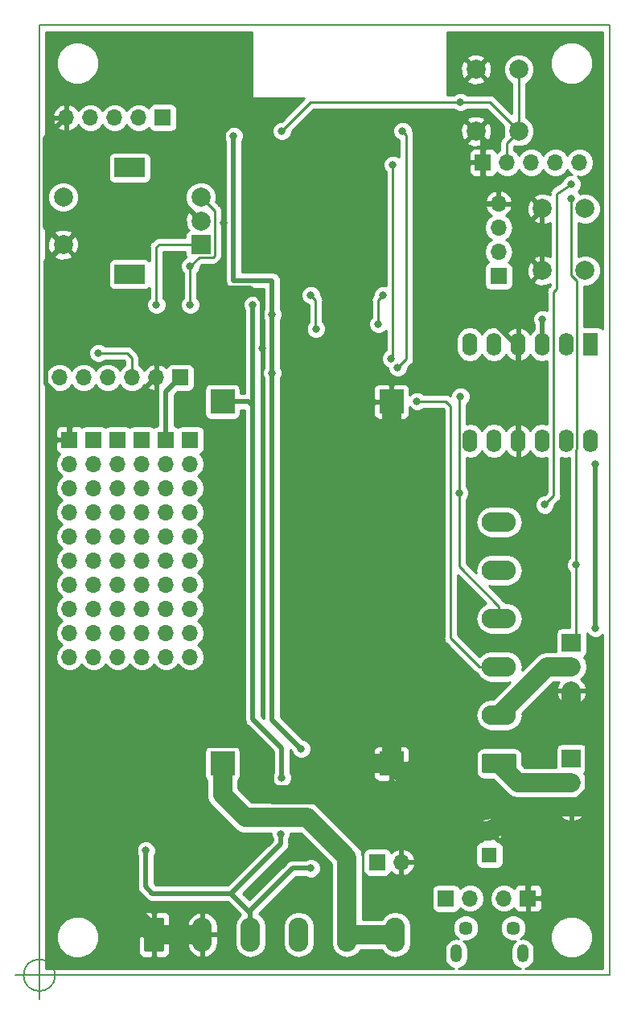
<source format=gbr>
%TF.GenerationSoftware,KiCad,Pcbnew,(5.0.1)-3*%
%TF.CreationDate,2018-11-18T09:49:25+01:00*%
%TF.ProjectId,ESP32-wood-beam-lamp,45535033322D776F6F642D6265616D2D,rev?*%
%TF.SameCoordinates,Original*%
%TF.FileFunction,Copper,L2,Bot,Signal*%
%TF.FilePolarity,Positive*%
%FSLAX46Y46*%
G04 Gerber Fmt 4.6, Leading zero omitted, Abs format (unit mm)*
G04 Created by KiCad (PCBNEW (5.0.1)-3) date 18.11.2018 09:49:25*
%MOMM*%
%LPD*%
G01*
G04 APERTURE LIST*
%ADD10C,0.150000*%
%ADD11R,2.000000X1.905000*%
%ADD12O,2.000000X1.905000*%
%ADD13R,1.600000X2.400000*%
%ADD14O,1.600000X2.400000*%
%ADD15R,1.600000X1.600000*%
%ADD16C,1.600000*%
%ADD17O,2.080000X3.600000*%
%ADD18C,2.080000*%
%ADD19O,3.600000X2.080000*%
%ADD20R,1.700000X1.700000*%
%ADD21O,1.700000X1.700000*%
%ADD22C,1.450000*%
%ADD23O,1.200000X1.900000*%
%ADD24C,1.998980*%
%ADD25C,2.000000*%
%ADD26R,3.200000X2.000000*%
%ADD27R,2.000000X2.000000*%
%ADD28R,2.500000X2.500000*%
%ADD29C,0.800000*%
%ADD30C,2.000000*%
%ADD31C,0.500000*%
%ADD32C,0.250000*%
%ADD33C,0.254000*%
G04 APERTURE END LIST*
D10*
X41666666Y-130000000D02*
G75*
G03X41666666Y-130000000I-1666666J0D01*
G01*
X37500000Y-130000000D02*
X42500000Y-130000000D01*
X40000000Y-127500000D02*
X40000000Y-132500000D01*
X40000000Y-130000000D02*
X40000000Y-30000000D01*
X100000000Y-130000000D02*
X40000000Y-130000000D01*
X100000000Y-30000000D02*
X100000000Y-130000000D01*
X40000000Y-30000000D02*
X100000000Y-30000000D01*
D11*
X96012000Y-107188000D03*
D12*
X96012000Y-109728000D03*
X96012000Y-112268000D03*
D13*
X98005900Y-63588900D03*
D14*
X85305900Y-73748900D03*
X95465900Y-63588900D03*
X87845900Y-73748900D03*
X92925900Y-63588900D03*
X90385900Y-73748900D03*
X90385900Y-63588900D03*
X92925900Y-73748900D03*
X87845900Y-63588900D03*
X95465900Y-73748900D03*
X85305900Y-63588900D03*
X98005900Y-73748900D03*
D15*
X87376000Y-117348000D03*
D16*
X87376000Y-114848000D03*
D17*
X77470000Y-125730000D03*
X72390000Y-125730000D03*
X67310000Y-125730000D03*
X62230000Y-125730000D03*
X57150000Y-125730000D03*
D10*
G36*
X52884505Y-123931204D02*
X52908773Y-123934804D01*
X52932572Y-123940765D01*
X52955671Y-123949030D01*
X52977850Y-123959520D01*
X52998893Y-123972132D01*
X53018599Y-123986747D01*
X53036777Y-124003223D01*
X53053253Y-124021401D01*
X53067868Y-124041107D01*
X53080480Y-124062150D01*
X53090970Y-124084329D01*
X53099235Y-124107428D01*
X53105196Y-124131227D01*
X53108796Y-124155495D01*
X53110000Y-124179999D01*
X53110000Y-127280001D01*
X53108796Y-127304505D01*
X53105196Y-127328773D01*
X53099235Y-127352572D01*
X53090970Y-127375671D01*
X53080480Y-127397850D01*
X53067868Y-127418893D01*
X53053253Y-127438599D01*
X53036777Y-127456777D01*
X53018599Y-127473253D01*
X52998893Y-127487868D01*
X52977850Y-127500480D01*
X52955671Y-127510970D01*
X52932572Y-127519235D01*
X52908773Y-127525196D01*
X52884505Y-127528796D01*
X52860001Y-127530000D01*
X51279999Y-127530000D01*
X51255495Y-127528796D01*
X51231227Y-127525196D01*
X51207428Y-127519235D01*
X51184329Y-127510970D01*
X51162150Y-127500480D01*
X51141107Y-127487868D01*
X51121401Y-127473253D01*
X51103223Y-127456777D01*
X51086747Y-127438599D01*
X51072132Y-127418893D01*
X51059520Y-127397850D01*
X51049030Y-127375671D01*
X51040765Y-127352572D01*
X51034804Y-127328773D01*
X51031204Y-127304505D01*
X51030000Y-127280001D01*
X51030000Y-124179999D01*
X51031204Y-124155495D01*
X51034804Y-124131227D01*
X51040765Y-124107428D01*
X51049030Y-124084329D01*
X51059520Y-124062150D01*
X51072132Y-124041107D01*
X51086747Y-124021401D01*
X51103223Y-124003223D01*
X51121401Y-123986747D01*
X51141107Y-123972132D01*
X51162150Y-123959520D01*
X51184329Y-123949030D01*
X51207428Y-123940765D01*
X51231227Y-123934804D01*
X51255495Y-123931204D01*
X51279999Y-123930000D01*
X52860001Y-123930000D01*
X52884505Y-123931204D01*
X52884505Y-123931204D01*
G37*
D18*
X52070000Y-125730000D03*
D10*
G36*
X89966505Y-106657204D02*
X89990773Y-106660804D01*
X90014572Y-106666765D01*
X90037671Y-106675030D01*
X90059850Y-106685520D01*
X90080893Y-106698132D01*
X90100599Y-106712747D01*
X90118777Y-106729223D01*
X90135253Y-106747401D01*
X90149868Y-106767107D01*
X90162480Y-106788150D01*
X90172970Y-106810329D01*
X90181235Y-106833428D01*
X90187196Y-106857227D01*
X90190796Y-106881495D01*
X90192000Y-106905999D01*
X90192000Y-108486001D01*
X90190796Y-108510505D01*
X90187196Y-108534773D01*
X90181235Y-108558572D01*
X90172970Y-108581671D01*
X90162480Y-108603850D01*
X90149868Y-108624893D01*
X90135253Y-108644599D01*
X90118777Y-108662777D01*
X90100599Y-108679253D01*
X90080893Y-108693868D01*
X90059850Y-108706480D01*
X90037671Y-108716970D01*
X90014572Y-108725235D01*
X89990773Y-108731196D01*
X89966505Y-108734796D01*
X89942001Y-108736000D01*
X86841999Y-108736000D01*
X86817495Y-108734796D01*
X86793227Y-108731196D01*
X86769428Y-108725235D01*
X86746329Y-108716970D01*
X86724150Y-108706480D01*
X86703107Y-108693868D01*
X86683401Y-108679253D01*
X86665223Y-108662777D01*
X86648747Y-108644599D01*
X86634132Y-108624893D01*
X86621520Y-108603850D01*
X86611030Y-108581671D01*
X86602765Y-108558572D01*
X86596804Y-108534773D01*
X86593204Y-108510505D01*
X86592000Y-108486001D01*
X86592000Y-106905999D01*
X86593204Y-106881495D01*
X86596804Y-106857227D01*
X86602765Y-106833428D01*
X86611030Y-106810329D01*
X86621520Y-106788150D01*
X86634132Y-106767107D01*
X86648747Y-106747401D01*
X86665223Y-106729223D01*
X86683401Y-106712747D01*
X86703107Y-106698132D01*
X86724150Y-106685520D01*
X86746329Y-106675030D01*
X86769428Y-106666765D01*
X86793227Y-106660804D01*
X86817495Y-106657204D01*
X86841999Y-106656000D01*
X89942001Y-106656000D01*
X89966505Y-106657204D01*
X89966505Y-106657204D01*
G37*
D18*
X88392000Y-107696000D03*
D19*
X88392000Y-102616000D03*
X88392000Y-97536000D03*
X88392000Y-92456000D03*
X88392000Y-87376000D03*
X88392000Y-82296000D03*
D20*
X86690200Y-44462700D03*
D21*
X89230200Y-44462700D03*
X91770200Y-44462700D03*
X94310200Y-44462700D03*
X96850200Y-44462700D03*
D20*
X75565000Y-118110000D03*
D21*
X78105000Y-118110000D03*
D20*
X88341200Y-56413400D03*
D21*
X88341200Y-53873400D03*
X88341200Y-51333400D03*
X88341200Y-48793400D03*
D22*
X84876000Y-125029500D03*
X89876000Y-125029500D03*
D23*
X83876000Y-127729500D03*
X90876000Y-127729500D03*
D21*
X42837100Y-39738300D03*
X45377100Y-39738300D03*
X47917100Y-39738300D03*
X50457100Y-39738300D03*
D20*
X52997100Y-39738300D03*
X82804000Y-121920000D03*
D21*
X85344000Y-121920000D03*
X88900000Y-121920000D03*
D20*
X91440000Y-121920000D03*
D12*
X96012000Y-100076000D03*
X96012000Y-97536000D03*
D11*
X96012000Y-94996000D03*
D24*
X92948760Y-55829200D03*
X97449640Y-49326800D03*
X97449640Y-55829200D03*
X92948760Y-49326800D03*
X85961220Y-34671000D03*
X90462100Y-41173400D03*
X90462100Y-34671000D03*
X85961220Y-41173400D03*
D20*
X54825000Y-67090000D03*
D21*
X52285000Y-67090000D03*
X49745000Y-67090000D03*
X47205000Y-67090000D03*
X44665000Y-67090000D03*
X42125000Y-67090000D03*
D25*
X42504600Y-48108800D03*
X42504600Y-53108800D03*
D26*
X49504600Y-45008800D03*
X49504600Y-56208800D03*
D25*
X57004600Y-48108800D03*
X57004600Y-50608800D03*
D27*
X57004600Y-53108800D03*
D28*
X59270000Y-107730000D03*
X77050000Y-107730000D03*
X59270000Y-69630000D03*
X77050000Y-69630000D03*
D21*
X43180000Y-96520000D03*
X43180000Y-93980000D03*
X43180000Y-91440000D03*
X43180000Y-88900000D03*
X43180000Y-86360000D03*
X43180000Y-83820000D03*
X43180000Y-81280000D03*
X43180000Y-78740000D03*
X43180000Y-76200000D03*
D20*
X43180000Y-73660000D03*
D21*
X45720000Y-96520000D03*
X45720000Y-93980000D03*
X45720000Y-91440000D03*
X45720000Y-88900000D03*
X45720000Y-86360000D03*
X45720000Y-83820000D03*
X45720000Y-81280000D03*
X45720000Y-78740000D03*
X45720000Y-76200000D03*
D20*
X45720000Y-73660000D03*
D21*
X48260000Y-96520000D03*
X48260000Y-93980000D03*
X48260000Y-91440000D03*
X48260000Y-88900000D03*
X48260000Y-86360000D03*
X48260000Y-83820000D03*
X48260000Y-81280000D03*
X48260000Y-78740000D03*
X48260000Y-76200000D03*
D20*
X48260000Y-73660000D03*
D21*
X50800000Y-96520000D03*
X50800000Y-93980000D03*
X50800000Y-91440000D03*
X50800000Y-88900000D03*
X50800000Y-86360000D03*
X50800000Y-83820000D03*
X50800000Y-81280000D03*
X50800000Y-78740000D03*
X50800000Y-76200000D03*
D20*
X50800000Y-73660000D03*
D21*
X53340000Y-96520000D03*
X53340000Y-93980000D03*
X53340000Y-91440000D03*
X53340000Y-88900000D03*
X53340000Y-86360000D03*
X53340000Y-83820000D03*
X53340000Y-81280000D03*
X53340000Y-78740000D03*
X53340000Y-76200000D03*
D20*
X53340000Y-73660000D03*
D21*
X55880000Y-96520000D03*
X55880000Y-93980000D03*
X55880000Y-91440000D03*
X55880000Y-88900000D03*
X55880000Y-86360000D03*
X55880000Y-83820000D03*
X55880000Y-81280000D03*
X55880000Y-78740000D03*
X55880000Y-76200000D03*
D20*
X55880000Y-73660000D03*
D29*
X77050000Y-77216000D03*
X77050000Y-73152000D03*
X75692000Y-64008000D03*
X49276000Y-60960000D03*
X63500000Y-64008000D03*
X59436000Y-50800000D03*
X60960000Y-38608000D03*
X51206400Y-116890800D03*
X68580000Y-118745000D03*
X92964000Y-60960000D03*
X64516000Y-60452000D03*
X60452000Y-41656000D03*
X65405000Y-115120023D03*
X67564000Y-106172000D03*
X64516000Y-66613990D03*
X62484000Y-59436000D03*
X65532000Y-109220000D03*
X72390000Y-117600000D03*
X98552000Y-93472000D03*
X98552000Y-93472000D03*
X98552000Y-93472000D03*
X98552000Y-76200000D03*
X52324000Y-59436000D03*
X55880000Y-59436000D03*
X55880000Y-55372000D03*
X79756000Y-69596000D03*
X84328000Y-69088000D03*
X84180890Y-79248000D03*
X65532000Y-41148000D03*
X84327986Y-38100000D03*
X93187990Y-80487990D03*
X96012000Y-46736000D03*
X96520000Y-86816900D03*
X96012000Y-48260000D03*
X77216000Y-44704000D03*
X77031990Y-65090003D03*
X77724000Y-66040000D03*
X78232000Y-41148000D03*
X46228000Y-64516000D03*
X75692000Y-61468000D03*
X76200000Y-58420000D03*
X68580000Y-58420000D03*
X69110000Y-61976000D03*
D30*
X96012000Y-103028500D02*
X96012000Y-100076000D01*
X98412010Y-105428510D02*
X96012000Y-103028500D01*
X98412010Y-110722116D02*
X98412010Y-105428510D01*
X96866126Y-112268000D02*
X98412010Y-110722116D01*
X96012000Y-112268000D02*
X96866126Y-112268000D01*
X91988000Y-112268000D02*
X87376000Y-114848000D01*
X96012000Y-112268000D02*
X91988000Y-112268000D01*
D31*
X88507370Y-114848000D02*
X87376000Y-114848000D01*
X91440000Y-117780630D02*
X88507370Y-114848000D01*
X91440000Y-121920000D02*
X91440000Y-117780630D01*
D30*
X57150000Y-125730000D02*
X52070000Y-125730000D01*
X84168000Y-114848000D02*
X77050000Y-107730000D01*
X87376000Y-114848000D02*
X84168000Y-114848000D01*
X77050000Y-107730000D02*
X77050000Y-79756000D01*
X77050000Y-79756000D02*
X77050000Y-77216000D01*
X77050000Y-77216000D02*
X77050000Y-73152000D01*
X77050000Y-73152000D02*
X77050000Y-69630000D01*
D31*
X90385900Y-73748900D02*
X90385900Y-63588900D01*
X77050000Y-67880000D02*
X77050000Y-69630000D01*
X75692000Y-66522000D02*
X77050000Y-67880000D01*
X75692000Y-64008000D02*
X75692000Y-66522000D01*
X52285000Y-67090000D02*
X50287000Y-69088000D01*
X41504601Y-54108799D02*
X42504600Y-53108800D01*
X40724999Y-54888401D02*
X41504601Y-54108799D01*
X40724999Y-67762001D02*
X40724999Y-54888401D01*
X42050998Y-69088000D02*
X40724999Y-67762001D01*
X41987101Y-40588299D02*
X42837100Y-39738300D01*
X40625010Y-41950390D02*
X41987101Y-40588299D01*
X40625010Y-51229210D02*
X40625010Y-41950390D01*
X42504600Y-53108800D02*
X40625010Y-51229210D01*
X62150012Y-57696010D02*
X59728010Y-57696010D01*
X63500000Y-64008000D02*
X63500000Y-59045998D01*
X63500000Y-59045998D02*
X62150012Y-57696010D01*
X59728010Y-57696010D02*
X59436000Y-57404000D01*
X59436000Y-57404000D02*
X59436000Y-50800000D01*
X59436000Y-50800000D02*
X59436000Y-44196000D01*
X59436000Y-41265998D02*
X60960000Y-39741998D01*
X59436000Y-44196000D02*
X59436000Y-41265998D01*
X60960000Y-39741998D02*
X60960000Y-38608000D01*
X86690200Y-45812700D02*
X86690200Y-44462700D01*
X86690200Y-60123998D02*
X86690200Y-45812700D01*
X90155102Y-63588900D02*
X86690200Y-60123998D01*
X90385900Y-63588900D02*
X90155102Y-63588900D01*
X88341200Y-48793400D02*
X86893400Y-48793400D01*
X86690200Y-41902380D02*
X85961220Y-41173400D01*
X86690200Y-44462700D02*
X86690200Y-41902380D01*
X92948760Y-49326800D02*
X92948760Y-55829200D01*
D30*
X49406399Y-123066399D02*
X49406399Y-112573599D01*
X70509998Y-111020002D02*
X73800000Y-107730000D01*
X73800000Y-107730000D02*
X77050000Y-107730000D01*
X49406399Y-112573599D02*
X56899999Y-105079999D01*
X63731998Y-110084002D02*
X64667998Y-111020002D01*
X56899999Y-105079999D02*
X61640001Y-105079999D01*
X64667998Y-111020002D02*
X70509998Y-111020002D01*
X61640001Y-105079999D02*
X63731998Y-107171996D01*
X52070000Y-125730000D02*
X49406399Y-123066399D01*
X63731998Y-107171996D02*
X63731998Y-110084002D01*
D31*
X43180000Y-73660000D02*
X43180000Y-69088000D01*
X50287000Y-69088000D02*
X43180000Y-69088000D01*
X43180000Y-69088000D02*
X42050998Y-69088000D01*
X62230000Y-125730000D02*
X62230000Y-123430000D01*
X60186600Y-121386600D02*
X51892200Y-121386600D01*
X51892200Y-121386600D02*
X51206400Y-120700800D01*
X51206400Y-120700800D02*
X51206400Y-116890800D01*
X62230000Y-123430000D02*
X60186600Y-121386600D01*
X68580000Y-118745000D02*
X66675000Y-118745000D01*
X62230000Y-123190000D02*
X62230000Y-125730000D01*
X66675000Y-118745000D02*
X62230000Y-123190000D01*
X92964000Y-63550800D02*
X92925900Y-63588900D01*
X92964000Y-60960000D02*
X92964000Y-63550800D01*
X64516000Y-60452000D02*
X64516000Y-66805334D01*
X64516000Y-56896000D02*
X60452000Y-56896000D01*
X64516000Y-60452000D02*
X64516000Y-56896000D01*
X60452000Y-56896000D02*
X60452000Y-41656000D01*
X60186600Y-121386600D02*
X65405000Y-116168200D01*
X65405000Y-116168200D02*
X65405000Y-115685708D01*
X65405000Y-115685708D02*
X65405000Y-115120023D01*
X64516000Y-103124000D02*
X64516000Y-67179675D01*
X64516000Y-67179675D02*
X64516000Y-66613990D01*
X67564000Y-106172000D02*
X64516000Y-103124000D01*
X53340000Y-68575000D02*
X54825000Y-67090000D01*
X53340000Y-73660000D02*
X53340000Y-68575000D01*
X62010000Y-69630000D02*
X59270000Y-69630000D01*
X62484000Y-70104000D02*
X62010000Y-69630000D01*
X62484000Y-70104000D02*
X62484000Y-59436000D01*
X62484000Y-103066315D02*
X65532000Y-106114315D01*
X62484000Y-70104000D02*
X62484000Y-103066315D01*
X65532000Y-108654315D02*
X65532000Y-109220000D01*
X65532000Y-106114315D02*
X65532000Y-108654315D01*
D30*
X72390000Y-125730000D02*
X77470000Y-125730000D01*
X72390000Y-125730000D02*
X72390000Y-117600000D01*
D31*
X98552000Y-93472000D02*
X98552000Y-76200000D01*
X92925900Y-74148900D02*
X92925900Y-73748900D01*
X98552000Y-76200000D02*
X98552000Y-76200000D01*
D30*
X72390000Y-117600000D02*
X68210013Y-113420013D01*
X68210013Y-113420013D02*
X61710013Y-113420013D01*
X61710013Y-113420013D02*
X59270000Y-110980000D01*
X59270000Y-110980000D02*
X59270000Y-107730000D01*
D32*
X52600800Y-53108800D02*
X57004600Y-53108800D01*
X52324000Y-59436000D02*
X52324000Y-53340000D01*
X52324000Y-53340000D02*
X52600800Y-53108800D01*
X55880000Y-59436000D02*
X55880000Y-55372000D01*
X58004599Y-49108799D02*
X57004600Y-48108800D01*
X58429601Y-49533801D02*
X58004599Y-49108799D01*
X58429601Y-54268801D02*
X58429601Y-49533801D01*
X58264601Y-54433801D02*
X58429601Y-54268801D01*
X56818199Y-54433801D02*
X58264601Y-54433801D01*
X55880000Y-55372000D02*
X56818199Y-54433801D01*
D30*
X90424000Y-109728000D02*
X96012000Y-109728000D01*
X88392000Y-107696000D02*
X90424000Y-109728000D01*
X88392000Y-102616000D02*
X93472000Y-97536000D01*
X93472000Y-97536000D02*
X96012000Y-97536000D01*
D32*
X86342000Y-97536000D02*
X83312000Y-94506000D01*
X88392000Y-97536000D02*
X86342000Y-97536000D01*
X83312000Y-94506000D02*
X83312000Y-70104000D01*
X83312000Y-70104000D02*
X82804000Y-69596000D01*
X82804000Y-69596000D02*
X79756000Y-69596000D01*
X84180890Y-86954890D02*
X84180890Y-79248000D01*
X88392000Y-92456000D02*
X88392000Y-91166000D01*
X88392000Y-91166000D02*
X84180890Y-86954890D01*
X84180890Y-69235110D02*
X84328000Y-69088000D01*
X84180890Y-79248000D02*
X84180890Y-69235110D01*
X89230200Y-42405300D02*
X90462100Y-41173400D01*
X89230200Y-44462700D02*
X89230200Y-42405300D01*
X90462100Y-41173400D02*
X90462100Y-34671000D01*
X65532000Y-41148000D02*
X68580000Y-38100000D01*
X87388700Y-38100000D02*
X84893671Y-38100000D01*
X68580000Y-38100000D02*
X83762301Y-38100000D01*
X83762301Y-38100000D02*
X84327986Y-38100000D01*
X84893671Y-38100000D02*
X84327986Y-38100000D01*
X90462100Y-41173400D02*
X87388700Y-38100000D01*
X94150910Y-79525070D02*
X93187990Y-80487990D01*
X94150910Y-58082910D02*
X94150910Y-79525070D01*
X94488000Y-57745820D02*
X94150910Y-58082910D01*
X94488000Y-47761306D02*
X94488000Y-57745820D01*
X96012000Y-46736000D02*
X94488000Y-47761306D01*
X96520000Y-94488000D02*
X96012000Y-94996000D01*
X96520000Y-86816900D02*
X96520000Y-94488000D01*
X96590910Y-56930718D02*
X96012000Y-56351808D01*
X96590910Y-74614894D02*
X96590910Y-56930718D01*
X96520000Y-86816900D02*
X96520000Y-74685804D01*
X96520000Y-74685804D02*
X96590910Y-74614894D01*
X96012000Y-56351808D02*
X96012000Y-48260000D01*
X77216000Y-44704000D02*
X77216000Y-64905993D01*
X77216000Y-64905993D02*
X77031990Y-65090003D01*
X49745000Y-67090000D02*
X49745000Y-65063000D01*
X49745000Y-65063000D02*
X49198000Y-64516000D01*
X49198000Y-64516000D02*
X46228000Y-64516000D01*
X77724000Y-66040000D02*
X78631999Y-65132001D01*
X78631999Y-65132001D02*
X78631999Y-41547999D01*
X78631999Y-41547999D02*
X78232000Y-41148000D01*
X75692000Y-61468000D02*
X75692000Y-58928000D01*
X75692000Y-58928000D02*
X76200000Y-58420000D01*
X68580000Y-58420000D02*
X69088000Y-58928000D01*
X69088000Y-58928000D02*
X69088000Y-61954000D01*
X69088000Y-61954000D02*
X69110000Y-61976000D01*
D33*
G36*
X62357000Y-37592000D02*
X62366667Y-37640601D01*
X62394197Y-37681803D01*
X62435399Y-37709333D01*
X62484000Y-37719000D01*
X67886198Y-37719000D01*
X65492199Y-40113000D01*
X65326126Y-40113000D01*
X64945720Y-40270569D01*
X64654569Y-40561720D01*
X64497000Y-40942126D01*
X64497000Y-41353874D01*
X64654569Y-41734280D01*
X64945720Y-42025431D01*
X65326126Y-42183000D01*
X65737874Y-42183000D01*
X66118280Y-42025431D01*
X66409431Y-41734280D01*
X66567000Y-41353874D01*
X66567000Y-41187801D01*
X67733564Y-40021237D01*
X84988663Y-40021237D01*
X85961220Y-40993795D01*
X86933777Y-40021237D01*
X86835178Y-39754435D01*
X86225638Y-39527999D01*
X85575843Y-39552059D01*
X85087262Y-39754435D01*
X84988663Y-40021237D01*
X67733564Y-40021237D01*
X68894802Y-38860000D01*
X83624275Y-38860000D01*
X83741706Y-38977431D01*
X84122112Y-39135000D01*
X84533860Y-39135000D01*
X84914266Y-38977431D01*
X85031697Y-38860000D01*
X87073899Y-38860000D01*
X88896313Y-40682415D01*
X88827610Y-40848280D01*
X88827610Y-41498520D01*
X88896314Y-41664385D01*
X88745728Y-41814971D01*
X88682272Y-41857371D01*
X88639872Y-41920827D01*
X88639871Y-41920828D01*
X88514297Y-42108763D01*
X88455312Y-42405300D01*
X88470201Y-42480152D01*
X88470201Y-43184522D01*
X88159575Y-43392075D01*
X88145104Y-43413733D01*
X88078527Y-43253002D01*
X87899899Y-43074373D01*
X87666510Y-42977700D01*
X86975950Y-42977700D01*
X86817200Y-43136450D01*
X86817200Y-44335700D01*
X86837200Y-44335700D01*
X86837200Y-44589700D01*
X86817200Y-44589700D01*
X86817200Y-45788950D01*
X86975950Y-45947700D01*
X87666510Y-45947700D01*
X87899899Y-45851027D01*
X88078527Y-45672398D01*
X88145104Y-45511667D01*
X88159575Y-45533325D01*
X88650782Y-45861539D01*
X89083944Y-45947700D01*
X89376456Y-45947700D01*
X89809618Y-45861539D01*
X90300825Y-45533325D01*
X90500200Y-45234939D01*
X90699575Y-45533325D01*
X91190782Y-45861539D01*
X91623944Y-45947700D01*
X91916456Y-45947700D01*
X92349618Y-45861539D01*
X92840825Y-45533325D01*
X93040200Y-45234939D01*
X93239575Y-45533325D01*
X93730782Y-45861539D01*
X94163944Y-45947700D01*
X94456456Y-45947700D01*
X94889618Y-45861539D01*
X95380825Y-45533325D01*
X95580200Y-45234939D01*
X95779575Y-45533325D01*
X96030518Y-45701000D01*
X95806126Y-45701000D01*
X95425720Y-45858569D01*
X95134569Y-46149720D01*
X94984921Y-46511003D01*
X94064830Y-47130016D01*
X93940071Y-47213377D01*
X93896994Y-47277847D01*
X93842343Y-47332845D01*
X93813823Y-47402321D01*
X93772096Y-47464770D01*
X93756969Y-47540819D01*
X93727526Y-47612543D01*
X93728000Y-47762139D01*
X93728000Y-47872649D01*
X93213178Y-47681399D01*
X92563383Y-47705459D01*
X92074802Y-47907835D01*
X91976203Y-48174637D01*
X92948760Y-49147195D01*
X92962902Y-49133052D01*
X93142508Y-49312658D01*
X93128365Y-49326800D01*
X93142508Y-49340943D01*
X92962902Y-49520548D01*
X92948760Y-49506405D01*
X91976203Y-50478963D01*
X92074802Y-50745765D01*
X92684342Y-50972201D01*
X93334137Y-50948141D01*
X93728000Y-50784998D01*
X93728001Y-54375049D01*
X93213178Y-54183799D01*
X92563383Y-54207859D01*
X92074802Y-54410235D01*
X91976203Y-54677037D01*
X92948760Y-55649595D01*
X92962902Y-55635452D01*
X93142508Y-55815058D01*
X93128365Y-55829200D01*
X93142508Y-55843342D01*
X92962902Y-56022948D01*
X92948760Y-56008805D01*
X91976203Y-56981363D01*
X92074802Y-57248165D01*
X92684342Y-57474601D01*
X93334137Y-57450541D01*
X93728001Y-57287398D01*
X93728001Y-57431018D01*
X93666440Y-57492579D01*
X93602981Y-57534981D01*
X93435006Y-57786374D01*
X93390910Y-58008059D01*
X93390910Y-58008063D01*
X93376022Y-58082910D01*
X93390910Y-58157757D01*
X93390910Y-60016556D01*
X93169874Y-59925000D01*
X92758126Y-59925000D01*
X92377720Y-60082569D01*
X92086569Y-60373720D01*
X91929000Y-60754126D01*
X91929000Y-61165874D01*
X92079000Y-61528007D01*
X92079000Y-62028922D01*
X91891324Y-62154323D01*
X91653401Y-62510399D01*
X91310796Y-62084400D01*
X90817719Y-61814533D01*
X90734939Y-61796996D01*
X90512900Y-61918985D01*
X90512900Y-63461900D01*
X90532900Y-63461900D01*
X90532900Y-63715900D01*
X90512900Y-63715900D01*
X90512900Y-65258815D01*
X90734939Y-65380804D01*
X90817719Y-65363267D01*
X91310796Y-65093400D01*
X91653401Y-64667401D01*
X91891323Y-65023476D01*
X92365991Y-65340640D01*
X92925900Y-65452013D01*
X93390910Y-65359516D01*
X93390911Y-71978284D01*
X92925900Y-71885787D01*
X92365992Y-71997160D01*
X91891324Y-72314323D01*
X91653401Y-72670399D01*
X91310796Y-72244400D01*
X90817719Y-71974533D01*
X90734939Y-71956996D01*
X90512900Y-72078985D01*
X90512900Y-73621900D01*
X90532900Y-73621900D01*
X90532900Y-73875900D01*
X90512900Y-73875900D01*
X90512900Y-75418815D01*
X90734939Y-75540804D01*
X90817719Y-75523267D01*
X91310796Y-75253400D01*
X91653401Y-74827401D01*
X91891323Y-75183476D01*
X92365991Y-75500640D01*
X92925900Y-75612013D01*
X93390911Y-75519516D01*
X93390911Y-79210267D01*
X93148188Y-79452990D01*
X92982116Y-79452990D01*
X92601710Y-79610559D01*
X92310559Y-79901710D01*
X92152990Y-80282116D01*
X92152990Y-80693864D01*
X92310559Y-81074270D01*
X92601710Y-81365421D01*
X92982116Y-81522990D01*
X93393864Y-81522990D01*
X93774270Y-81365421D01*
X94065421Y-81074270D01*
X94222990Y-80693864D01*
X94222990Y-80527792D01*
X94635383Y-80115399D01*
X94698839Y-80072999D01*
X94866814Y-79821607D01*
X94910910Y-79599922D01*
X94910910Y-79599918D01*
X94925798Y-79525070D01*
X94910910Y-79450222D01*
X94910910Y-75501618D01*
X95465900Y-75612013D01*
X95760001Y-75553512D01*
X95760000Y-86113189D01*
X95642569Y-86230620D01*
X95485000Y-86611026D01*
X95485000Y-87022774D01*
X95642569Y-87403180D01*
X95760000Y-87520611D01*
X95760001Y-93396060D01*
X95012000Y-93396060D01*
X94764235Y-93445343D01*
X94554191Y-93585691D01*
X94413843Y-93795735D01*
X94364560Y-94043500D01*
X94364560Y-95901000D01*
X93633030Y-95901000D01*
X93472000Y-95868969D01*
X93310970Y-95901000D01*
X93310969Y-95901000D01*
X92834055Y-95995864D01*
X92293231Y-96357231D01*
X92202014Y-96493747D01*
X90785337Y-97910424D01*
X90859815Y-97536000D01*
X90729815Y-96882447D01*
X90359608Y-96328392D01*
X89805553Y-95958185D01*
X89316972Y-95861000D01*
X87467028Y-95861000D01*
X86978447Y-95958185D01*
X86424392Y-96328392D01*
X86338196Y-96457394D01*
X84072000Y-94191199D01*
X84072000Y-87920801D01*
X87020932Y-90869734D01*
X86978447Y-90878185D01*
X86424392Y-91248392D01*
X86054185Y-91802447D01*
X85924185Y-92456000D01*
X86054185Y-93109553D01*
X86424392Y-93663608D01*
X86978447Y-94033815D01*
X87467028Y-94131000D01*
X89316972Y-94131000D01*
X89805553Y-94033815D01*
X90359608Y-93663608D01*
X90729815Y-93109553D01*
X90859815Y-92456000D01*
X90729815Y-91802447D01*
X90359608Y-91248392D01*
X89805553Y-90878185D01*
X89316972Y-90781000D01*
X89048795Y-90781000D01*
X88939929Y-90618071D01*
X88876473Y-90575671D01*
X87323191Y-89022389D01*
X87467028Y-89051000D01*
X89316972Y-89051000D01*
X89805553Y-88953815D01*
X90359608Y-88583608D01*
X90729815Y-88029553D01*
X90859815Y-87376000D01*
X90729815Y-86722447D01*
X90359608Y-86168392D01*
X89805553Y-85798185D01*
X89316972Y-85701000D01*
X87467028Y-85701000D01*
X86978447Y-85798185D01*
X86424392Y-86168392D01*
X86054185Y-86722447D01*
X85924185Y-87376000D01*
X85985611Y-87684810D01*
X84940890Y-86640089D01*
X84940890Y-82296000D01*
X85924185Y-82296000D01*
X86054185Y-82949553D01*
X86424392Y-83503608D01*
X86978447Y-83873815D01*
X87467028Y-83971000D01*
X89316972Y-83971000D01*
X89805553Y-83873815D01*
X90359608Y-83503608D01*
X90729815Y-82949553D01*
X90859815Y-82296000D01*
X90729815Y-81642447D01*
X90359608Y-81088392D01*
X89805553Y-80718185D01*
X89316972Y-80621000D01*
X87467028Y-80621000D01*
X86978447Y-80718185D01*
X86424392Y-81088392D01*
X86054185Y-81642447D01*
X85924185Y-82296000D01*
X84940890Y-82296000D01*
X84940890Y-79951711D01*
X85058321Y-79834280D01*
X85215890Y-79453874D01*
X85215890Y-79042126D01*
X85058321Y-78661720D01*
X84940890Y-78544289D01*
X84940890Y-75539408D01*
X85305900Y-75612013D01*
X85865808Y-75500640D01*
X86340476Y-75183477D01*
X86575900Y-74831141D01*
X86811323Y-75183476D01*
X87285991Y-75500640D01*
X87845900Y-75612013D01*
X88405808Y-75500640D01*
X88880476Y-75183477D01*
X89118399Y-74827401D01*
X89461004Y-75253400D01*
X89954081Y-75523267D01*
X90036861Y-75540804D01*
X90258900Y-75418815D01*
X90258900Y-73875900D01*
X90238900Y-73875900D01*
X90238900Y-73621900D01*
X90258900Y-73621900D01*
X90258900Y-72078985D01*
X90036861Y-71956996D01*
X89954081Y-71974533D01*
X89461004Y-72244400D01*
X89118399Y-72670399D01*
X88880477Y-72314323D01*
X88405809Y-71997160D01*
X87845900Y-71885787D01*
X87285992Y-71997160D01*
X86811324Y-72314323D01*
X86575900Y-72666659D01*
X86340477Y-72314323D01*
X85865809Y-71997160D01*
X85305900Y-71885787D01*
X84940890Y-71958392D01*
X84940890Y-69938821D01*
X85205431Y-69674280D01*
X85363000Y-69293874D01*
X85363000Y-68882126D01*
X85205431Y-68501720D01*
X84914280Y-68210569D01*
X84533874Y-68053000D01*
X84122126Y-68053000D01*
X83741720Y-68210569D01*
X83450569Y-68501720D01*
X83293000Y-68882126D01*
X83293000Y-69008696D01*
X83100537Y-68880096D01*
X82878852Y-68836000D01*
X82878847Y-68836000D01*
X82804000Y-68821112D01*
X82729153Y-68836000D01*
X80459711Y-68836000D01*
X80342280Y-68718569D01*
X79961874Y-68561000D01*
X79550126Y-68561000D01*
X79169720Y-68718569D01*
X78935000Y-68953289D01*
X78935000Y-68253690D01*
X78838327Y-68020301D01*
X78659698Y-67841673D01*
X78426309Y-67745000D01*
X77335750Y-67745000D01*
X77177000Y-67903750D01*
X77177000Y-69503000D01*
X77197000Y-69503000D01*
X77197000Y-69757000D01*
X77177000Y-69757000D01*
X77177000Y-71356250D01*
X77335750Y-71515000D01*
X78426309Y-71515000D01*
X78659698Y-71418327D01*
X78838327Y-71239699D01*
X78935000Y-71006310D01*
X78935000Y-70238711D01*
X79169720Y-70473431D01*
X79550126Y-70631000D01*
X79961874Y-70631000D01*
X80342280Y-70473431D01*
X80459711Y-70356000D01*
X82489198Y-70356000D01*
X82552001Y-70418803D01*
X82552000Y-94431153D01*
X82537112Y-94506000D01*
X82552000Y-94580847D01*
X82552000Y-94580851D01*
X82596096Y-94802536D01*
X82764071Y-95053929D01*
X82827530Y-95096331D01*
X85751671Y-98020473D01*
X85794071Y-98083929D01*
X86045463Y-98251904D01*
X86103569Y-98263462D01*
X86424392Y-98743608D01*
X86978447Y-99113815D01*
X87467028Y-99211000D01*
X89316972Y-99211000D01*
X89526424Y-99169337D01*
X87754762Y-100941000D01*
X87467028Y-100941000D01*
X86978447Y-101038185D01*
X86424392Y-101408392D01*
X86054185Y-101962447D01*
X85924185Y-102616000D01*
X86054185Y-103269553D01*
X86424392Y-103823608D01*
X86978447Y-104193815D01*
X87467028Y-104291000D01*
X89316972Y-104291000D01*
X89805553Y-104193815D01*
X90359608Y-103823608D01*
X90729815Y-103269553D01*
X90859815Y-102616000D01*
X90834003Y-102486235D01*
X92871258Y-100448980D01*
X94421437Y-100448980D01*
X94636027Y-100942924D01*
X95068909Y-101385318D01*
X95638136Y-101628380D01*
X95885000Y-101501572D01*
X95885000Y-100203000D01*
X96139000Y-100203000D01*
X96139000Y-101501572D01*
X96385864Y-101628380D01*
X96955091Y-101385318D01*
X97387973Y-100942924D01*
X97602563Y-100448980D01*
X97482594Y-100203000D01*
X96139000Y-100203000D01*
X95885000Y-100203000D01*
X94541406Y-100203000D01*
X94421437Y-100448980D01*
X92871258Y-100448980D01*
X94149239Y-99171000D01*
X94673284Y-99171000D01*
X94636027Y-99209076D01*
X94421437Y-99703020D01*
X94541406Y-99949000D01*
X95885000Y-99949000D01*
X95885000Y-99929000D01*
X96139000Y-99929000D01*
X96139000Y-99949000D01*
X97482594Y-99949000D01*
X97602563Y-99703020D01*
X97387973Y-99209076D01*
X97017548Y-98830511D01*
X97190769Y-98714769D01*
X97552136Y-98173945D01*
X97679031Y-97536000D01*
X97552136Y-96898055D01*
X97299568Y-96520061D01*
X97469809Y-96406309D01*
X97610157Y-96196265D01*
X97659440Y-95948500D01*
X97659440Y-94043500D01*
X97651119Y-94001666D01*
X97674569Y-94058280D01*
X97965720Y-94349431D01*
X98346126Y-94507000D01*
X98757874Y-94507000D01*
X99138280Y-94349431D01*
X99290001Y-94197710D01*
X99290001Y-129290000D01*
X91120805Y-129290000D01*
X91357873Y-129242844D01*
X91766385Y-128969885D01*
X92039344Y-128561373D01*
X92111000Y-128201135D01*
X92111000Y-127257864D01*
X92039344Y-126897627D01*
X91766385Y-126489115D01*
X91357872Y-126216156D01*
X90876000Y-126120305D01*
X90666940Y-126161890D01*
X91028952Y-125799878D01*
X91130205Y-125555431D01*
X93765000Y-125555431D01*
X93765000Y-126444569D01*
X94105259Y-127266026D01*
X94733974Y-127894741D01*
X95555431Y-128235000D01*
X96444569Y-128235000D01*
X97266026Y-127894741D01*
X97894741Y-127266026D01*
X98235000Y-126444569D01*
X98235000Y-125555431D01*
X97894741Y-124733974D01*
X97266026Y-124105259D01*
X96444569Y-123765000D01*
X95555431Y-123765000D01*
X94733974Y-124105259D01*
X94105259Y-124733974D01*
X93765000Y-125555431D01*
X91130205Y-125555431D01*
X91236000Y-125300021D01*
X91236000Y-124758979D01*
X91028952Y-124259122D01*
X90646378Y-123876548D01*
X90146521Y-123669500D01*
X89605479Y-123669500D01*
X89105622Y-123876548D01*
X88723048Y-124259122D01*
X88516000Y-124758979D01*
X88516000Y-125300021D01*
X88723048Y-125799878D01*
X89105622Y-126182452D01*
X89605479Y-126389500D01*
X90134699Y-126389500D01*
X89985615Y-126489115D01*
X89712656Y-126897628D01*
X89641000Y-127257865D01*
X89641000Y-128201136D01*
X89712656Y-128561373D01*
X89985616Y-128969885D01*
X90394128Y-129242844D01*
X90631195Y-129290000D01*
X84120805Y-129290000D01*
X84357872Y-129242844D01*
X84766385Y-128969885D01*
X85039344Y-128561373D01*
X85111000Y-128201136D01*
X85111000Y-127257865D01*
X85039344Y-126897627D01*
X84766385Y-126489115D01*
X84617301Y-126389500D01*
X85146521Y-126389500D01*
X85646378Y-126182452D01*
X86028952Y-125799878D01*
X86236000Y-125300021D01*
X86236000Y-124758979D01*
X86028952Y-124259122D01*
X85646378Y-123876548D01*
X85146521Y-123669500D01*
X84605479Y-123669500D01*
X84105622Y-123876548D01*
X83723048Y-124259122D01*
X83516000Y-124758979D01*
X83516000Y-125300021D01*
X83723048Y-125799878D01*
X84085060Y-126161890D01*
X83876000Y-126120305D01*
X83394128Y-126216156D01*
X82985616Y-126489115D01*
X82712656Y-126897627D01*
X82641000Y-127257864D01*
X82641000Y-128201135D01*
X82712656Y-128561372D01*
X82985615Y-128969885D01*
X83394127Y-129242844D01*
X83631195Y-129290000D01*
X40710000Y-129290000D01*
X40710000Y-125555431D01*
X41765000Y-125555431D01*
X41765000Y-126444569D01*
X42105259Y-127266026D01*
X42733974Y-127894741D01*
X43555431Y-128235000D01*
X44444569Y-128235000D01*
X45266026Y-127894741D01*
X45894741Y-127266026D01*
X46235000Y-126444569D01*
X46235000Y-126015750D01*
X50395000Y-126015750D01*
X50395000Y-127656310D01*
X50491673Y-127889699D01*
X50670302Y-128068327D01*
X50903691Y-128165000D01*
X51784250Y-128165000D01*
X51943000Y-128006250D01*
X51943000Y-125857000D01*
X52197000Y-125857000D01*
X52197000Y-128006250D01*
X52355750Y-128165000D01*
X53236309Y-128165000D01*
X53469698Y-128068327D01*
X53648327Y-127889699D01*
X53745000Y-127656310D01*
X53745000Y-126015750D01*
X53586250Y-125857000D01*
X55475000Y-125857000D01*
X55475000Y-126617000D01*
X55651103Y-127248327D01*
X56055399Y-127764206D01*
X56626338Y-128086099D01*
X56763290Y-128119748D01*
X57023000Y-128000922D01*
X57023000Y-125857000D01*
X57277000Y-125857000D01*
X57277000Y-128000922D01*
X57536710Y-128119748D01*
X57673662Y-128086099D01*
X58244601Y-127764206D01*
X58648897Y-127248327D01*
X58825000Y-126617000D01*
X58825000Y-125857000D01*
X57277000Y-125857000D01*
X57023000Y-125857000D01*
X55475000Y-125857000D01*
X53586250Y-125857000D01*
X52197000Y-125857000D01*
X51943000Y-125857000D01*
X50553750Y-125857000D01*
X50395000Y-126015750D01*
X46235000Y-126015750D01*
X46235000Y-125555431D01*
X45894741Y-124733974D01*
X45266026Y-124105259D01*
X44537975Y-123803690D01*
X50395000Y-123803690D01*
X50395000Y-125444250D01*
X50553750Y-125603000D01*
X51943000Y-125603000D01*
X51943000Y-123453750D01*
X52197000Y-123453750D01*
X52197000Y-125603000D01*
X53586250Y-125603000D01*
X53745000Y-125444250D01*
X53745000Y-124843000D01*
X55475000Y-124843000D01*
X55475000Y-125603000D01*
X57023000Y-125603000D01*
X57023000Y-123459078D01*
X57277000Y-123459078D01*
X57277000Y-125603000D01*
X58825000Y-125603000D01*
X58825000Y-124843000D01*
X58648897Y-124211673D01*
X58244601Y-123695794D01*
X57673662Y-123373901D01*
X57536710Y-123340252D01*
X57277000Y-123459078D01*
X57023000Y-123459078D01*
X56763290Y-123340252D01*
X56626338Y-123373901D01*
X56055399Y-123695794D01*
X55651103Y-124211673D01*
X55475000Y-124843000D01*
X53745000Y-124843000D01*
X53745000Y-123803690D01*
X53648327Y-123570301D01*
X53469698Y-123391673D01*
X53236309Y-123295000D01*
X52355750Y-123295000D01*
X52197000Y-123453750D01*
X51943000Y-123453750D01*
X51784250Y-123295000D01*
X50903691Y-123295000D01*
X50670302Y-123391673D01*
X50491673Y-123570301D01*
X50395000Y-123803690D01*
X44537975Y-123803690D01*
X44444569Y-123765000D01*
X43555431Y-123765000D01*
X42733974Y-124105259D01*
X42105259Y-124733974D01*
X41765000Y-125555431D01*
X40710000Y-125555431D01*
X40710000Y-116684926D01*
X50171400Y-116684926D01*
X50171400Y-117096674D01*
X50321401Y-117458809D01*
X50321400Y-120613639D01*
X50304063Y-120700800D01*
X50321400Y-120787961D01*
X50321400Y-120787964D01*
X50372748Y-121046109D01*
X50568351Y-121338849D01*
X50642247Y-121388225D01*
X51204777Y-121950756D01*
X51254151Y-122024649D01*
X51328044Y-122074023D01*
X51328045Y-122074024D01*
X51525186Y-122205750D01*
X51546890Y-122220252D01*
X51805035Y-122271600D01*
X51805039Y-122271600D01*
X51892200Y-122288937D01*
X51979361Y-122271600D01*
X59820022Y-122271600D01*
X61195288Y-123646867D01*
X61022392Y-123762392D01*
X60652185Y-124316448D01*
X60555000Y-124805029D01*
X60555000Y-126654972D01*
X60652186Y-127143553D01*
X61022393Y-127697608D01*
X61576448Y-128067815D01*
X62230000Y-128197815D01*
X62883553Y-128067815D01*
X63437608Y-127697608D01*
X63807815Y-127143553D01*
X63905000Y-126654972D01*
X63905000Y-124805029D01*
X65635000Y-124805029D01*
X65635000Y-126654972D01*
X65732186Y-127143553D01*
X66102393Y-127697608D01*
X66656448Y-128067815D01*
X67310000Y-128197815D01*
X67963553Y-128067815D01*
X68517608Y-127697608D01*
X68887815Y-127143553D01*
X68985000Y-126654972D01*
X68985000Y-124805028D01*
X68887815Y-124316447D01*
X68517608Y-123762392D01*
X67963552Y-123392185D01*
X67310000Y-123262185D01*
X66656447Y-123392185D01*
X66102392Y-123762392D01*
X65732185Y-124316448D01*
X65635000Y-124805029D01*
X63905000Y-124805029D01*
X63905000Y-124805028D01*
X63807815Y-124316447D01*
X63437608Y-123762392D01*
X63120842Y-123550736D01*
X67041579Y-119630000D01*
X68011993Y-119630000D01*
X68374126Y-119780000D01*
X68785874Y-119780000D01*
X69166280Y-119622431D01*
X69457431Y-119331280D01*
X69615000Y-118950874D01*
X69615000Y-118539126D01*
X69457431Y-118158720D01*
X69166280Y-117867569D01*
X68785874Y-117710000D01*
X68374126Y-117710000D01*
X68011993Y-117860000D01*
X66762159Y-117860000D01*
X66674999Y-117842663D01*
X66587839Y-117860000D01*
X66587835Y-117860000D01*
X66329690Y-117911348D01*
X66222456Y-117983000D01*
X66110845Y-118057576D01*
X66110844Y-118057577D01*
X66036951Y-118106951D01*
X65987577Y-118180844D01*
X62110000Y-122058422D01*
X61438178Y-121386600D01*
X65969156Y-116855623D01*
X66043049Y-116806249D01*
X66098963Y-116722569D01*
X66135074Y-116668524D01*
X66238652Y-116513510D01*
X66290000Y-116255365D01*
X66290000Y-116255360D01*
X66307337Y-116168201D01*
X66290000Y-116081041D01*
X66290000Y-115688030D01*
X66440000Y-115325897D01*
X66440000Y-115055013D01*
X67532775Y-115055013D01*
X70755001Y-118277240D01*
X70755000Y-124603935D01*
X70715000Y-124805029D01*
X70715000Y-126654972D01*
X70812186Y-127143553D01*
X71182393Y-127697608D01*
X71736448Y-128067815D01*
X72390000Y-128197815D01*
X73043553Y-128067815D01*
X73597608Y-127697608D01*
X73819849Y-127365000D01*
X76040152Y-127365000D01*
X76262393Y-127697608D01*
X76816448Y-128067815D01*
X77470000Y-128197815D01*
X78123553Y-128067815D01*
X78677608Y-127697608D01*
X79047815Y-127143553D01*
X79145000Y-126654972D01*
X79145000Y-124805028D01*
X79047815Y-124316447D01*
X78677608Y-123762392D01*
X78123552Y-123392185D01*
X77470000Y-123262185D01*
X76816447Y-123392185D01*
X76262392Y-123762392D01*
X76040151Y-124095000D01*
X74025000Y-124095000D01*
X74025000Y-121070000D01*
X81306560Y-121070000D01*
X81306560Y-122770000D01*
X81355843Y-123017765D01*
X81496191Y-123227809D01*
X81706235Y-123368157D01*
X81954000Y-123417440D01*
X83654000Y-123417440D01*
X83901765Y-123368157D01*
X84111809Y-123227809D01*
X84252157Y-123017765D01*
X84261184Y-122972381D01*
X84273375Y-122990625D01*
X84764582Y-123318839D01*
X85197744Y-123405000D01*
X85490256Y-123405000D01*
X85923418Y-123318839D01*
X86414625Y-122990625D01*
X86742839Y-122499418D01*
X86858092Y-121920000D01*
X87385908Y-121920000D01*
X87501161Y-122499418D01*
X87829375Y-122990625D01*
X88320582Y-123318839D01*
X88753744Y-123405000D01*
X89046256Y-123405000D01*
X89479418Y-123318839D01*
X89970625Y-122990625D01*
X89985096Y-122968967D01*
X90051673Y-123129698D01*
X90230301Y-123308327D01*
X90463690Y-123405000D01*
X91154250Y-123405000D01*
X91313000Y-123246250D01*
X91313000Y-122047000D01*
X91567000Y-122047000D01*
X91567000Y-123246250D01*
X91725750Y-123405000D01*
X92416310Y-123405000D01*
X92649699Y-123308327D01*
X92828327Y-123129698D01*
X92925000Y-122896309D01*
X92925000Y-122205750D01*
X92766250Y-122047000D01*
X91567000Y-122047000D01*
X91313000Y-122047000D01*
X91293000Y-122047000D01*
X91293000Y-121793000D01*
X91313000Y-121793000D01*
X91313000Y-120593750D01*
X91567000Y-120593750D01*
X91567000Y-121793000D01*
X92766250Y-121793000D01*
X92925000Y-121634250D01*
X92925000Y-120943691D01*
X92828327Y-120710302D01*
X92649699Y-120531673D01*
X92416310Y-120435000D01*
X91725750Y-120435000D01*
X91567000Y-120593750D01*
X91313000Y-120593750D01*
X91154250Y-120435000D01*
X90463690Y-120435000D01*
X90230301Y-120531673D01*
X90051673Y-120710302D01*
X89985096Y-120871033D01*
X89970625Y-120849375D01*
X89479418Y-120521161D01*
X89046256Y-120435000D01*
X88753744Y-120435000D01*
X88320582Y-120521161D01*
X87829375Y-120849375D01*
X87501161Y-121340582D01*
X87385908Y-121920000D01*
X86858092Y-121920000D01*
X86742839Y-121340582D01*
X86414625Y-120849375D01*
X85923418Y-120521161D01*
X85490256Y-120435000D01*
X85197744Y-120435000D01*
X84764582Y-120521161D01*
X84273375Y-120849375D01*
X84261184Y-120867619D01*
X84252157Y-120822235D01*
X84111809Y-120612191D01*
X83901765Y-120471843D01*
X83654000Y-120422560D01*
X81954000Y-120422560D01*
X81706235Y-120471843D01*
X81496191Y-120612191D01*
X81355843Y-120822235D01*
X81306560Y-121070000D01*
X74025000Y-121070000D01*
X74025000Y-117761025D01*
X74057030Y-117599999D01*
X74025000Y-117438973D01*
X74025000Y-117438969D01*
X73989401Y-117260000D01*
X74067560Y-117260000D01*
X74067560Y-118960000D01*
X74116843Y-119207765D01*
X74257191Y-119417809D01*
X74467235Y-119558157D01*
X74715000Y-119607440D01*
X76415000Y-119607440D01*
X76662765Y-119558157D01*
X76872809Y-119417809D01*
X77013157Y-119207765D01*
X77033739Y-119104292D01*
X77338076Y-119381645D01*
X77748110Y-119551476D01*
X77978000Y-119430155D01*
X77978000Y-118237000D01*
X78232000Y-118237000D01*
X78232000Y-119430155D01*
X78461890Y-119551476D01*
X78871924Y-119381645D01*
X79300183Y-118991358D01*
X79546486Y-118466892D01*
X79425819Y-118237000D01*
X78232000Y-118237000D01*
X77978000Y-118237000D01*
X77958000Y-118237000D01*
X77958000Y-117983000D01*
X77978000Y-117983000D01*
X77978000Y-116789845D01*
X78232000Y-116789845D01*
X78232000Y-117983000D01*
X79425819Y-117983000D01*
X79546486Y-117753108D01*
X79300183Y-117228642D01*
X78871924Y-116838355D01*
X78461890Y-116668524D01*
X78232000Y-116789845D01*
X77978000Y-116789845D01*
X77748110Y-116668524D01*
X77338076Y-116838355D01*
X77033739Y-117115708D01*
X77013157Y-117012235D01*
X76872809Y-116802191D01*
X76662765Y-116661843D01*
X76415000Y-116612560D01*
X74715000Y-116612560D01*
X74467235Y-116661843D01*
X74257191Y-116802191D01*
X74116843Y-117012235D01*
X74067560Y-117260000D01*
X73989401Y-117260000D01*
X73930136Y-116962055D01*
X73653474Y-116548000D01*
X85928560Y-116548000D01*
X85928560Y-118148000D01*
X85977843Y-118395765D01*
X86118191Y-118605809D01*
X86328235Y-118746157D01*
X86576000Y-118795440D01*
X88176000Y-118795440D01*
X88423765Y-118746157D01*
X88633809Y-118605809D01*
X88774157Y-118395765D01*
X88823440Y-118148000D01*
X88823440Y-116548000D01*
X88774157Y-116300235D01*
X88633809Y-116090191D01*
X88423765Y-115949843D01*
X88189813Y-115903307D01*
X88204139Y-115855745D01*
X87376000Y-115027605D01*
X86547861Y-115855745D01*
X86562187Y-115903307D01*
X86328235Y-115949843D01*
X86118191Y-116090191D01*
X85977843Y-116300235D01*
X85928560Y-116548000D01*
X73653474Y-116548000D01*
X73568769Y-116421231D01*
X73432253Y-116330014D01*
X71733462Y-114631223D01*
X85929035Y-114631223D01*
X85956222Y-115201454D01*
X86122136Y-115602005D01*
X86368255Y-115676139D01*
X87196395Y-114848000D01*
X87555605Y-114848000D01*
X88383745Y-115676139D01*
X88629864Y-115602005D01*
X88822965Y-115064777D01*
X88795778Y-114494546D01*
X88629864Y-114093995D01*
X88383745Y-114019861D01*
X87555605Y-114848000D01*
X87196395Y-114848000D01*
X86368255Y-114019861D01*
X86122136Y-114093995D01*
X85929035Y-114631223D01*
X71733462Y-114631223D01*
X70942494Y-113840255D01*
X86547861Y-113840255D01*
X87376000Y-114668395D01*
X88204139Y-113840255D01*
X88130005Y-113594136D01*
X87592777Y-113401035D01*
X87022546Y-113428222D01*
X86621995Y-113594136D01*
X86547861Y-113840255D01*
X70942494Y-113840255D01*
X69743219Y-112640980D01*
X94421437Y-112640980D01*
X94636027Y-113134924D01*
X95068909Y-113577318D01*
X95638136Y-113820380D01*
X95885000Y-113693572D01*
X95885000Y-112395000D01*
X96139000Y-112395000D01*
X96139000Y-113693572D01*
X96385864Y-113820380D01*
X96955091Y-113577318D01*
X97387973Y-113134924D01*
X97602563Y-112640980D01*
X97482594Y-112395000D01*
X96139000Y-112395000D01*
X95885000Y-112395000D01*
X94541406Y-112395000D01*
X94421437Y-112640980D01*
X69743219Y-112640980D01*
X69480001Y-112377763D01*
X69388782Y-112241244D01*
X68847958Y-111879877D01*
X68371044Y-111785013D01*
X68371043Y-111785013D01*
X68210013Y-111752982D01*
X68048983Y-111785013D01*
X62387252Y-111785013D01*
X60905000Y-110302762D01*
X60905000Y-109486459D01*
X60977809Y-109437809D01*
X61118157Y-109227765D01*
X61167440Y-108980000D01*
X61167440Y-106480000D01*
X61118157Y-106232235D01*
X60977809Y-106022191D01*
X60767765Y-105881843D01*
X60520000Y-105832560D01*
X58020000Y-105832560D01*
X57772235Y-105881843D01*
X57562191Y-106022191D01*
X57421843Y-106232235D01*
X57372560Y-106480000D01*
X57372560Y-108980000D01*
X57421843Y-109227765D01*
X57562191Y-109437809D01*
X57635000Y-109486459D01*
X57635000Y-110818970D01*
X57602969Y-110980000D01*
X57635000Y-111141030D01*
X57729864Y-111617944D01*
X58091231Y-112158769D01*
X58227750Y-112249988D01*
X60440027Y-114462266D01*
X60531244Y-114598782D01*
X61072068Y-114960149D01*
X61548982Y-115055013D01*
X61548986Y-115055013D01*
X61710012Y-115087043D01*
X61871038Y-115055013D01*
X64370000Y-115055013D01*
X64370000Y-115325897D01*
X64520000Y-115688030D01*
X64520000Y-115801621D01*
X59820022Y-120501600D01*
X52258779Y-120501600D01*
X52091400Y-120334222D01*
X52091400Y-117458807D01*
X52241400Y-117096674D01*
X52241400Y-116684926D01*
X52083831Y-116304520D01*
X51792680Y-116013369D01*
X51412274Y-115855800D01*
X51000526Y-115855800D01*
X50620120Y-116013369D01*
X50328969Y-116304520D01*
X50171400Y-116684926D01*
X40710000Y-116684926D01*
X40710000Y-76200000D01*
X41665908Y-76200000D01*
X41781161Y-76779418D01*
X42109375Y-77270625D01*
X42407761Y-77470000D01*
X42109375Y-77669375D01*
X41781161Y-78160582D01*
X41665908Y-78740000D01*
X41781161Y-79319418D01*
X42109375Y-79810625D01*
X42407761Y-80010000D01*
X42109375Y-80209375D01*
X41781161Y-80700582D01*
X41665908Y-81280000D01*
X41781161Y-81859418D01*
X42109375Y-82350625D01*
X42407761Y-82550000D01*
X42109375Y-82749375D01*
X41781161Y-83240582D01*
X41665908Y-83820000D01*
X41781161Y-84399418D01*
X42109375Y-84890625D01*
X42407761Y-85090000D01*
X42109375Y-85289375D01*
X41781161Y-85780582D01*
X41665908Y-86360000D01*
X41781161Y-86939418D01*
X42109375Y-87430625D01*
X42407761Y-87630000D01*
X42109375Y-87829375D01*
X41781161Y-88320582D01*
X41665908Y-88900000D01*
X41781161Y-89479418D01*
X42109375Y-89970625D01*
X42407761Y-90170000D01*
X42109375Y-90369375D01*
X41781161Y-90860582D01*
X41665908Y-91440000D01*
X41781161Y-92019418D01*
X42109375Y-92510625D01*
X42407761Y-92710000D01*
X42109375Y-92909375D01*
X41781161Y-93400582D01*
X41665908Y-93980000D01*
X41781161Y-94559418D01*
X42109375Y-95050625D01*
X42407761Y-95250000D01*
X42109375Y-95449375D01*
X41781161Y-95940582D01*
X41665908Y-96520000D01*
X41781161Y-97099418D01*
X42109375Y-97590625D01*
X42600582Y-97918839D01*
X43033744Y-98005000D01*
X43326256Y-98005000D01*
X43759418Y-97918839D01*
X44250625Y-97590625D01*
X44450000Y-97292239D01*
X44649375Y-97590625D01*
X45140582Y-97918839D01*
X45573744Y-98005000D01*
X45866256Y-98005000D01*
X46299418Y-97918839D01*
X46790625Y-97590625D01*
X46990000Y-97292239D01*
X47189375Y-97590625D01*
X47680582Y-97918839D01*
X48113744Y-98005000D01*
X48406256Y-98005000D01*
X48839418Y-97918839D01*
X49330625Y-97590625D01*
X49530000Y-97292239D01*
X49729375Y-97590625D01*
X50220582Y-97918839D01*
X50653744Y-98005000D01*
X50946256Y-98005000D01*
X51379418Y-97918839D01*
X51870625Y-97590625D01*
X52070000Y-97292239D01*
X52269375Y-97590625D01*
X52760582Y-97918839D01*
X53193744Y-98005000D01*
X53486256Y-98005000D01*
X53919418Y-97918839D01*
X54410625Y-97590625D01*
X54610000Y-97292239D01*
X54809375Y-97590625D01*
X55300582Y-97918839D01*
X55733744Y-98005000D01*
X56026256Y-98005000D01*
X56459418Y-97918839D01*
X56950625Y-97590625D01*
X57278839Y-97099418D01*
X57394092Y-96520000D01*
X57278839Y-95940582D01*
X56950625Y-95449375D01*
X56652239Y-95250000D01*
X56950625Y-95050625D01*
X57278839Y-94559418D01*
X57394092Y-93980000D01*
X57278839Y-93400582D01*
X56950625Y-92909375D01*
X56652239Y-92710000D01*
X56950625Y-92510625D01*
X57278839Y-92019418D01*
X57394092Y-91440000D01*
X57278839Y-90860582D01*
X56950625Y-90369375D01*
X56652239Y-90170000D01*
X56950625Y-89970625D01*
X57278839Y-89479418D01*
X57394092Y-88900000D01*
X57278839Y-88320582D01*
X56950625Y-87829375D01*
X56652239Y-87630000D01*
X56950625Y-87430625D01*
X57278839Y-86939418D01*
X57394092Y-86360000D01*
X57278839Y-85780582D01*
X56950625Y-85289375D01*
X56652239Y-85090000D01*
X56950625Y-84890625D01*
X57278839Y-84399418D01*
X57394092Y-83820000D01*
X57278839Y-83240582D01*
X56950625Y-82749375D01*
X56652239Y-82550000D01*
X56950625Y-82350625D01*
X57278839Y-81859418D01*
X57394092Y-81280000D01*
X57278839Y-80700582D01*
X56950625Y-80209375D01*
X56652239Y-80010000D01*
X56950625Y-79810625D01*
X57278839Y-79319418D01*
X57394092Y-78740000D01*
X57278839Y-78160582D01*
X56950625Y-77669375D01*
X56652239Y-77470000D01*
X56950625Y-77270625D01*
X57278839Y-76779418D01*
X57394092Y-76200000D01*
X57278839Y-75620582D01*
X56950625Y-75129375D01*
X56932381Y-75117184D01*
X56977765Y-75108157D01*
X57187809Y-74967809D01*
X57328157Y-74757765D01*
X57377440Y-74510000D01*
X57377440Y-72810000D01*
X57328157Y-72562235D01*
X57187809Y-72352191D01*
X56977765Y-72211843D01*
X56730000Y-72162560D01*
X55030000Y-72162560D01*
X54782235Y-72211843D01*
X54610000Y-72326928D01*
X54437765Y-72211843D01*
X54225000Y-72169522D01*
X54225000Y-68941578D01*
X54579138Y-68587440D01*
X55675000Y-68587440D01*
X55922765Y-68538157D01*
X56132809Y-68397809D01*
X56144708Y-68380000D01*
X57372560Y-68380000D01*
X57372560Y-70880000D01*
X57421843Y-71127765D01*
X57562191Y-71337809D01*
X57772235Y-71478157D01*
X58020000Y-71527440D01*
X60520000Y-71527440D01*
X60767765Y-71478157D01*
X60977809Y-71337809D01*
X61118157Y-71127765D01*
X61167440Y-70880000D01*
X61167440Y-70515000D01*
X61599000Y-70515000D01*
X61599001Y-102979149D01*
X61581663Y-103066315D01*
X61650348Y-103411624D01*
X61796576Y-103630469D01*
X61796578Y-103630471D01*
X61845952Y-103704364D01*
X61919845Y-103753738D01*
X64647000Y-106480894D01*
X64647001Y-108567146D01*
X64647000Y-108567151D01*
X64647000Y-108651993D01*
X64497000Y-109014126D01*
X64497000Y-109425874D01*
X64654569Y-109806280D01*
X64945720Y-110097431D01*
X65326126Y-110255000D01*
X65737874Y-110255000D01*
X66118280Y-110097431D01*
X66409431Y-109806280D01*
X66567000Y-109425874D01*
X66567000Y-109014126D01*
X66417000Y-108651993D01*
X66417000Y-108015750D01*
X75165000Y-108015750D01*
X75165000Y-109106310D01*
X75261673Y-109339699D01*
X75440302Y-109518327D01*
X75673691Y-109615000D01*
X76764250Y-109615000D01*
X76923000Y-109456250D01*
X76923000Y-107857000D01*
X77177000Y-107857000D01*
X77177000Y-109456250D01*
X77335750Y-109615000D01*
X78426309Y-109615000D01*
X78659698Y-109518327D01*
X78838327Y-109339699D01*
X78935000Y-109106310D01*
X78935000Y-108015750D01*
X78776250Y-107857000D01*
X77177000Y-107857000D01*
X76923000Y-107857000D01*
X75323750Y-107857000D01*
X75165000Y-108015750D01*
X66417000Y-108015750D01*
X66417000Y-106276579D01*
X66536569Y-106396148D01*
X66686569Y-106758280D01*
X66977720Y-107049431D01*
X67358126Y-107207000D01*
X67769874Y-107207000D01*
X68150280Y-107049431D01*
X68441431Y-106758280D01*
X68599000Y-106377874D01*
X68599000Y-106353690D01*
X75165000Y-106353690D01*
X75165000Y-107444250D01*
X75323750Y-107603000D01*
X76923000Y-107603000D01*
X76923000Y-106003750D01*
X77177000Y-106003750D01*
X77177000Y-107603000D01*
X78776250Y-107603000D01*
X78935000Y-107444250D01*
X78935000Y-106905999D01*
X85944560Y-106905999D01*
X85944560Y-108486001D01*
X86012873Y-108829436D01*
X86207414Y-109120586D01*
X86498564Y-109315127D01*
X86841999Y-109383440D01*
X87767202Y-109383440D01*
X89154014Y-110770253D01*
X89245231Y-110906769D01*
X89786055Y-111268136D01*
X90262969Y-111363000D01*
X90262970Y-111363000D01*
X90424000Y-111395031D01*
X90585030Y-111363000D01*
X94673284Y-111363000D01*
X94636027Y-111401076D01*
X94421437Y-111895020D01*
X94541406Y-112141000D01*
X95885000Y-112141000D01*
X95885000Y-112121000D01*
X96139000Y-112121000D01*
X96139000Y-112141000D01*
X97482594Y-112141000D01*
X97602563Y-111895020D01*
X97387973Y-111401076D01*
X97017548Y-111022511D01*
X97190769Y-110906769D01*
X97552136Y-110365945D01*
X97679031Y-109728000D01*
X97552136Y-109090055D01*
X97299568Y-108712061D01*
X97469809Y-108598309D01*
X97610157Y-108388265D01*
X97659440Y-108140500D01*
X97659440Y-106235500D01*
X97610157Y-105987735D01*
X97469809Y-105777691D01*
X97259765Y-105637343D01*
X97012000Y-105588060D01*
X95012000Y-105588060D01*
X94764235Y-105637343D01*
X94554191Y-105777691D01*
X94413843Y-105987735D01*
X94364560Y-106235500D01*
X94364560Y-108093000D01*
X91101239Y-108093000D01*
X90839440Y-107831201D01*
X90839440Y-106905999D01*
X90771127Y-106562564D01*
X90576586Y-106271414D01*
X90285436Y-106076873D01*
X89942001Y-106008560D01*
X86841999Y-106008560D01*
X86498564Y-106076873D01*
X86207414Y-106271414D01*
X86012873Y-106562564D01*
X85944560Y-106905999D01*
X78935000Y-106905999D01*
X78935000Y-106353690D01*
X78838327Y-106120301D01*
X78659698Y-105941673D01*
X78426309Y-105845000D01*
X77335750Y-105845000D01*
X77177000Y-106003750D01*
X76923000Y-106003750D01*
X76764250Y-105845000D01*
X75673691Y-105845000D01*
X75440302Y-105941673D01*
X75261673Y-106120301D01*
X75165000Y-106353690D01*
X68599000Y-106353690D01*
X68599000Y-105966126D01*
X68441431Y-105585720D01*
X68150280Y-105294569D01*
X67788148Y-105144569D01*
X65401000Y-102757422D01*
X65401000Y-69915750D01*
X75165000Y-69915750D01*
X75165000Y-71006310D01*
X75261673Y-71239699D01*
X75440302Y-71418327D01*
X75673691Y-71515000D01*
X76764250Y-71515000D01*
X76923000Y-71356250D01*
X76923000Y-69757000D01*
X75323750Y-69757000D01*
X75165000Y-69915750D01*
X65401000Y-69915750D01*
X65401000Y-68253690D01*
X75165000Y-68253690D01*
X75165000Y-69344250D01*
X75323750Y-69503000D01*
X76923000Y-69503000D01*
X76923000Y-67903750D01*
X76764250Y-67745000D01*
X75673691Y-67745000D01*
X75440302Y-67841673D01*
X75261673Y-68020301D01*
X75165000Y-68253690D01*
X65401000Y-68253690D01*
X65401000Y-67181997D01*
X65551000Y-66819864D01*
X65551000Y-66408116D01*
X65401000Y-66045983D01*
X65401000Y-61020007D01*
X65551000Y-60657874D01*
X65551000Y-60246126D01*
X65401000Y-59883993D01*
X65401000Y-58214126D01*
X67545000Y-58214126D01*
X67545000Y-58625874D01*
X67702569Y-59006280D01*
X67993720Y-59297431D01*
X68328000Y-59435894D01*
X68328001Y-61294288D01*
X68232569Y-61389720D01*
X68075000Y-61770126D01*
X68075000Y-62181874D01*
X68232569Y-62562280D01*
X68523720Y-62853431D01*
X68904126Y-63011000D01*
X69315874Y-63011000D01*
X69696280Y-62853431D01*
X69987431Y-62562280D01*
X70145000Y-62181874D01*
X70145000Y-61770126D01*
X69987431Y-61389720D01*
X69859837Y-61262126D01*
X74657000Y-61262126D01*
X74657000Y-61673874D01*
X74814569Y-62054280D01*
X75105720Y-62345431D01*
X75486126Y-62503000D01*
X75897874Y-62503000D01*
X76278280Y-62345431D01*
X76456001Y-62167710D01*
X76456001Y-64208309D01*
X76445710Y-64212572D01*
X76154559Y-64503723D01*
X75996990Y-64884129D01*
X75996990Y-65295877D01*
X76154559Y-65676283D01*
X76445710Y-65967434D01*
X76689000Y-66068208D01*
X76689000Y-66245874D01*
X76846569Y-66626280D01*
X77137720Y-66917431D01*
X77518126Y-67075000D01*
X77929874Y-67075000D01*
X78310280Y-66917431D01*
X78601431Y-66626280D01*
X78759000Y-66245874D01*
X78759000Y-66079802D01*
X79116472Y-65722330D01*
X79179928Y-65679930D01*
X79347903Y-65428538D01*
X79391999Y-65206853D01*
X79391999Y-65206849D01*
X79406887Y-65132001D01*
X79391999Y-65057153D01*
X79391999Y-63047567D01*
X83870900Y-63047567D01*
X83870900Y-64130232D01*
X83954160Y-64548808D01*
X84271323Y-65023476D01*
X84745991Y-65340640D01*
X85305900Y-65452013D01*
X85865808Y-65340640D01*
X86340476Y-65023477D01*
X86575900Y-64671141D01*
X86811323Y-65023476D01*
X87285991Y-65340640D01*
X87845900Y-65452013D01*
X88405808Y-65340640D01*
X88880476Y-65023477D01*
X89118399Y-64667401D01*
X89461004Y-65093400D01*
X89954081Y-65363267D01*
X90036861Y-65380804D01*
X90258900Y-65258815D01*
X90258900Y-63715900D01*
X90238900Y-63715900D01*
X90238900Y-63461900D01*
X90258900Y-63461900D01*
X90258900Y-61918985D01*
X90036861Y-61796996D01*
X89954081Y-61814533D01*
X89461004Y-62084400D01*
X89118399Y-62510399D01*
X88880477Y-62154323D01*
X88405809Y-61837160D01*
X87845900Y-61725787D01*
X87285992Y-61837160D01*
X86811324Y-62154323D01*
X86575900Y-62506659D01*
X86340477Y-62154323D01*
X85865809Y-61837160D01*
X85305900Y-61725787D01*
X84745992Y-61837160D01*
X84271324Y-62154323D01*
X83954160Y-62628991D01*
X83870900Y-63047567D01*
X79391999Y-63047567D01*
X79391999Y-51333400D01*
X86827108Y-51333400D01*
X86942361Y-51912818D01*
X87270575Y-52404025D01*
X87568961Y-52603400D01*
X87270575Y-52802775D01*
X86942361Y-53293982D01*
X86827108Y-53873400D01*
X86942361Y-54452818D01*
X87270575Y-54944025D01*
X87288819Y-54956216D01*
X87243435Y-54965243D01*
X87033391Y-55105591D01*
X86893043Y-55315635D01*
X86843760Y-55563400D01*
X86843760Y-57263400D01*
X86893043Y-57511165D01*
X87033391Y-57721209D01*
X87243435Y-57861557D01*
X87491200Y-57910840D01*
X89191200Y-57910840D01*
X89438965Y-57861557D01*
X89649009Y-57721209D01*
X89789357Y-57511165D01*
X89838640Y-57263400D01*
X89838640Y-55564782D01*
X91303359Y-55564782D01*
X91327419Y-56214577D01*
X91529795Y-56703158D01*
X91796597Y-56801757D01*
X92769155Y-55829200D01*
X91796597Y-54856643D01*
X91529795Y-54955242D01*
X91303359Y-55564782D01*
X89838640Y-55564782D01*
X89838640Y-55563400D01*
X89789357Y-55315635D01*
X89649009Y-55105591D01*
X89438965Y-54965243D01*
X89393581Y-54956216D01*
X89411825Y-54944025D01*
X89740039Y-54452818D01*
X89855292Y-53873400D01*
X89740039Y-53293982D01*
X89411825Y-52802775D01*
X89113439Y-52603400D01*
X89411825Y-52404025D01*
X89740039Y-51912818D01*
X89855292Y-51333400D01*
X89740039Y-50753982D01*
X89411825Y-50262775D01*
X89092722Y-50049557D01*
X89222558Y-49988583D01*
X89612845Y-49560324D01*
X89782676Y-49150290D01*
X89736284Y-49062382D01*
X91303359Y-49062382D01*
X91327419Y-49712177D01*
X91529795Y-50200758D01*
X91796597Y-50299357D01*
X92769155Y-49326800D01*
X91796597Y-48354243D01*
X91529795Y-48452842D01*
X91303359Y-49062382D01*
X89736284Y-49062382D01*
X89661355Y-48920400D01*
X88468200Y-48920400D01*
X88468200Y-48940400D01*
X88214200Y-48940400D01*
X88214200Y-48920400D01*
X87021045Y-48920400D01*
X86899724Y-49150290D01*
X87069555Y-49560324D01*
X87459842Y-49988583D01*
X87589678Y-50049557D01*
X87270575Y-50262775D01*
X86942361Y-50753982D01*
X86827108Y-51333400D01*
X79391999Y-51333400D01*
X79391999Y-48436510D01*
X86899724Y-48436510D01*
X87021045Y-48666400D01*
X88214200Y-48666400D01*
X88214200Y-47472581D01*
X88468200Y-47472581D01*
X88468200Y-48666400D01*
X89661355Y-48666400D01*
X89782676Y-48436510D01*
X89612845Y-48026476D01*
X89222558Y-47598217D01*
X88698092Y-47351914D01*
X88468200Y-47472581D01*
X88214200Y-47472581D01*
X87984308Y-47351914D01*
X87459842Y-47598217D01*
X87069555Y-48026476D01*
X86899724Y-48436510D01*
X79391999Y-48436510D01*
X79391999Y-44748450D01*
X85205200Y-44748450D01*
X85205200Y-45439009D01*
X85301873Y-45672398D01*
X85480501Y-45851027D01*
X85713890Y-45947700D01*
X86404450Y-45947700D01*
X86563200Y-45788950D01*
X86563200Y-44589700D01*
X85363950Y-44589700D01*
X85205200Y-44748450D01*
X79391999Y-44748450D01*
X79391999Y-43486391D01*
X85205200Y-43486391D01*
X85205200Y-44176950D01*
X85363950Y-44335700D01*
X86563200Y-44335700D01*
X86563200Y-43136450D01*
X86404450Y-42977700D01*
X85713890Y-42977700D01*
X85480501Y-43074373D01*
X85301873Y-43253002D01*
X85205200Y-43486391D01*
X79391999Y-43486391D01*
X79391999Y-42325563D01*
X84988663Y-42325563D01*
X85087262Y-42592365D01*
X85696802Y-42818801D01*
X86346597Y-42794741D01*
X86835178Y-42592365D01*
X86933777Y-42325563D01*
X85961220Y-41353005D01*
X84988663Y-42325563D01*
X79391999Y-42325563D01*
X79391999Y-41622845D01*
X79406887Y-41547998D01*
X79391999Y-41473151D01*
X79391999Y-41473147D01*
X79347903Y-41251462D01*
X79267000Y-41130382D01*
X79267000Y-40942126D01*
X79253272Y-40908982D01*
X84315819Y-40908982D01*
X84339879Y-41558777D01*
X84542255Y-42047358D01*
X84809057Y-42145957D01*
X85781615Y-41173400D01*
X86140825Y-41173400D01*
X87113383Y-42145957D01*
X87380185Y-42047358D01*
X87606621Y-41437818D01*
X87582561Y-40788023D01*
X87380185Y-40299442D01*
X87113383Y-40200843D01*
X86140825Y-41173400D01*
X85781615Y-41173400D01*
X84809057Y-40200843D01*
X84542255Y-40299442D01*
X84315819Y-40908982D01*
X79253272Y-40908982D01*
X79109431Y-40561720D01*
X78818280Y-40270569D01*
X78437874Y-40113000D01*
X78026126Y-40113000D01*
X77645720Y-40270569D01*
X77354569Y-40561720D01*
X77197000Y-40942126D01*
X77197000Y-41353874D01*
X77354569Y-41734280D01*
X77645720Y-42025431D01*
X77872000Y-42119159D01*
X77872000Y-43896289D01*
X77802280Y-43826569D01*
X77421874Y-43669000D01*
X77010126Y-43669000D01*
X76629720Y-43826569D01*
X76338569Y-44117720D01*
X76181000Y-44498126D01*
X76181000Y-44909874D01*
X76338569Y-45290280D01*
X76456000Y-45407711D01*
X76456001Y-57405763D01*
X76405874Y-57385000D01*
X75994126Y-57385000D01*
X75613720Y-57542569D01*
X75322569Y-57833720D01*
X75165000Y-58214126D01*
X75165000Y-58366087D01*
X75144072Y-58380071D01*
X75101673Y-58443526D01*
X75101671Y-58443528D01*
X74976097Y-58631463D01*
X74917112Y-58928000D01*
X74932001Y-59002852D01*
X74932000Y-60764289D01*
X74814569Y-60881720D01*
X74657000Y-61262126D01*
X69859837Y-61262126D01*
X69848000Y-61250289D01*
X69848000Y-59002846D01*
X69862888Y-58927999D01*
X69848000Y-58853152D01*
X69848000Y-58853148D01*
X69803904Y-58631463D01*
X69755198Y-58558569D01*
X69678329Y-58443526D01*
X69678327Y-58443524D01*
X69635929Y-58380071D01*
X69615000Y-58366087D01*
X69615000Y-58214126D01*
X69457431Y-57833720D01*
X69166280Y-57542569D01*
X68785874Y-57385000D01*
X68374126Y-57385000D01*
X67993720Y-57542569D01*
X67702569Y-57833720D01*
X67545000Y-58214126D01*
X65401000Y-58214126D01*
X65401000Y-56983164D01*
X65418338Y-56896000D01*
X65369077Y-56648344D01*
X65349652Y-56550690D01*
X65154049Y-56257951D01*
X64861310Y-56062348D01*
X64516000Y-55993662D01*
X64428836Y-56011000D01*
X61337000Y-56011000D01*
X61337000Y-42224007D01*
X61487000Y-41861874D01*
X61487000Y-41450126D01*
X61329431Y-41069720D01*
X61038280Y-40778569D01*
X60657874Y-40621000D01*
X60246126Y-40621000D01*
X59865720Y-40778569D01*
X59574569Y-41069720D01*
X59417000Y-41450126D01*
X59417000Y-41861874D01*
X59567001Y-42224009D01*
X59567000Y-56808835D01*
X59549662Y-56896000D01*
X59618348Y-57241310D01*
X59813951Y-57534049D01*
X60106690Y-57729652D01*
X60187978Y-57745821D01*
X60452000Y-57798338D01*
X60539164Y-57781000D01*
X63631001Y-57781000D01*
X63631000Y-59883993D01*
X63481000Y-60246126D01*
X63481000Y-60657874D01*
X63631000Y-61020007D01*
X63631001Y-66045981D01*
X63481000Y-66408116D01*
X63481000Y-66819864D01*
X63631000Y-67181997D01*
X63631000Y-67266839D01*
X63631001Y-67266844D01*
X63631000Y-102961737D01*
X63369000Y-102699737D01*
X63369000Y-70191159D01*
X63386337Y-70103999D01*
X63369000Y-70016839D01*
X63369000Y-60004007D01*
X63519000Y-59641874D01*
X63519000Y-59230126D01*
X63361431Y-58849720D01*
X63070280Y-58558569D01*
X62689874Y-58401000D01*
X62278126Y-58401000D01*
X61897720Y-58558569D01*
X61606569Y-58849720D01*
X61449000Y-59230126D01*
X61449000Y-59641874D01*
X61599001Y-60004009D01*
X61599000Y-68745000D01*
X61167440Y-68745000D01*
X61167440Y-68380000D01*
X61118157Y-68132235D01*
X60977809Y-67922191D01*
X60767765Y-67781843D01*
X60520000Y-67732560D01*
X58020000Y-67732560D01*
X57772235Y-67781843D01*
X57562191Y-67922191D01*
X57421843Y-68132235D01*
X57372560Y-68380000D01*
X56144708Y-68380000D01*
X56273157Y-68187765D01*
X56322440Y-67940000D01*
X56322440Y-66240000D01*
X56273157Y-65992235D01*
X56132809Y-65782191D01*
X55922765Y-65641843D01*
X55675000Y-65592560D01*
X53975000Y-65592560D01*
X53727235Y-65641843D01*
X53517191Y-65782191D01*
X53376843Y-65992235D01*
X53356261Y-66095708D01*
X53051924Y-65818355D01*
X52641890Y-65648524D01*
X52412000Y-65769845D01*
X52412000Y-66963000D01*
X52432000Y-66963000D01*
X52432000Y-67217000D01*
X52412000Y-67217000D01*
X52412000Y-68410155D01*
X52464899Y-68438072D01*
X52437663Y-68575000D01*
X52455001Y-68662165D01*
X52455000Y-72169522D01*
X52242235Y-72211843D01*
X52070000Y-72326928D01*
X51897765Y-72211843D01*
X51650000Y-72162560D01*
X49950000Y-72162560D01*
X49702235Y-72211843D01*
X49530000Y-72326928D01*
X49357765Y-72211843D01*
X49110000Y-72162560D01*
X47410000Y-72162560D01*
X47162235Y-72211843D01*
X46990000Y-72326928D01*
X46817765Y-72211843D01*
X46570000Y-72162560D01*
X44870000Y-72162560D01*
X44622235Y-72211843D01*
X44446975Y-72328949D01*
X44389698Y-72271673D01*
X44156309Y-72175000D01*
X43465750Y-72175000D01*
X43307000Y-72333750D01*
X43307000Y-73533000D01*
X43327000Y-73533000D01*
X43327000Y-73787000D01*
X43307000Y-73787000D01*
X43307000Y-73807000D01*
X43053000Y-73807000D01*
X43053000Y-73787000D01*
X41853750Y-73787000D01*
X41695000Y-73945750D01*
X41695000Y-74636310D01*
X41791673Y-74869699D01*
X41970302Y-75048327D01*
X42131033Y-75114904D01*
X42109375Y-75129375D01*
X41781161Y-75620582D01*
X41665908Y-76200000D01*
X40710000Y-76200000D01*
X40710000Y-72683690D01*
X41695000Y-72683690D01*
X41695000Y-73374250D01*
X41853750Y-73533000D01*
X43053000Y-73533000D01*
X43053000Y-72333750D01*
X42894250Y-72175000D01*
X42203691Y-72175000D01*
X41970302Y-72271673D01*
X41791673Y-72450301D01*
X41695000Y-72683690D01*
X40710000Y-72683690D01*
X40710000Y-67588171D01*
X40726161Y-67669418D01*
X41054375Y-68160625D01*
X41545582Y-68488839D01*
X41978744Y-68575000D01*
X42271256Y-68575000D01*
X42704418Y-68488839D01*
X43195625Y-68160625D01*
X43395000Y-67862239D01*
X43594375Y-68160625D01*
X44085582Y-68488839D01*
X44518744Y-68575000D01*
X44811256Y-68575000D01*
X45244418Y-68488839D01*
X45735625Y-68160625D01*
X45935000Y-67862239D01*
X46134375Y-68160625D01*
X46625582Y-68488839D01*
X47058744Y-68575000D01*
X47351256Y-68575000D01*
X47784418Y-68488839D01*
X48275625Y-68160625D01*
X48475000Y-67862239D01*
X48674375Y-68160625D01*
X49165582Y-68488839D01*
X49598744Y-68575000D01*
X49891256Y-68575000D01*
X50324418Y-68488839D01*
X50815625Y-68160625D01*
X51028843Y-67841522D01*
X51089817Y-67971358D01*
X51518076Y-68361645D01*
X51928110Y-68531476D01*
X52158000Y-68410155D01*
X52158000Y-67217000D01*
X52138000Y-67217000D01*
X52138000Y-66963000D01*
X52158000Y-66963000D01*
X52158000Y-65769845D01*
X51928110Y-65648524D01*
X51518076Y-65818355D01*
X51089817Y-66208642D01*
X51028843Y-66338478D01*
X50815625Y-66019375D01*
X50505000Y-65811822D01*
X50505000Y-65137848D01*
X50519888Y-65063000D01*
X50505000Y-64988152D01*
X50505000Y-64988148D01*
X50460904Y-64766463D01*
X50460904Y-64766462D01*
X50335329Y-64578527D01*
X50292929Y-64515071D01*
X50229473Y-64472671D01*
X49788331Y-64031530D01*
X49745929Y-63968071D01*
X49494537Y-63800096D01*
X49272852Y-63756000D01*
X49272847Y-63756000D01*
X49198000Y-63741112D01*
X49123153Y-63756000D01*
X46931711Y-63756000D01*
X46814280Y-63638569D01*
X46433874Y-63481000D01*
X46022126Y-63481000D01*
X45641720Y-63638569D01*
X45350569Y-63929720D01*
X45193000Y-64310126D01*
X45193000Y-64721874D01*
X45350569Y-65102280D01*
X45641720Y-65393431D01*
X46022126Y-65551000D01*
X46433874Y-65551000D01*
X46814280Y-65393431D01*
X46931711Y-65276000D01*
X48883199Y-65276000D01*
X48985001Y-65377802D01*
X48985001Y-65811822D01*
X48674375Y-66019375D01*
X48475000Y-66317761D01*
X48275625Y-66019375D01*
X47784418Y-65691161D01*
X47351256Y-65605000D01*
X47058744Y-65605000D01*
X46625582Y-65691161D01*
X46134375Y-66019375D01*
X45935000Y-66317761D01*
X45735625Y-66019375D01*
X45244418Y-65691161D01*
X44811256Y-65605000D01*
X44518744Y-65605000D01*
X44085582Y-65691161D01*
X43594375Y-66019375D01*
X43395000Y-66317761D01*
X43195625Y-66019375D01*
X42704418Y-65691161D01*
X42271256Y-65605000D01*
X41978744Y-65605000D01*
X41545582Y-65691161D01*
X41054375Y-66019375D01*
X40726161Y-66510582D01*
X40710000Y-66591829D01*
X40710000Y-55208800D01*
X47257160Y-55208800D01*
X47257160Y-57208800D01*
X47306443Y-57456565D01*
X47446791Y-57666609D01*
X47656835Y-57806957D01*
X47904600Y-57856240D01*
X51104600Y-57856240D01*
X51352365Y-57806957D01*
X51562409Y-57666609D01*
X51564000Y-57664227D01*
X51564000Y-58732289D01*
X51446569Y-58849720D01*
X51289000Y-59230126D01*
X51289000Y-59641874D01*
X51446569Y-60022280D01*
X51737720Y-60313431D01*
X52118126Y-60471000D01*
X52529874Y-60471000D01*
X52910280Y-60313431D01*
X53201431Y-60022280D01*
X53359000Y-59641874D01*
X53359000Y-59230126D01*
X53201431Y-58849720D01*
X53084000Y-58732289D01*
X53084000Y-53868800D01*
X55357160Y-53868800D01*
X55357160Y-54108800D01*
X55406443Y-54356565D01*
X55454231Y-54428084D01*
X55293720Y-54494569D01*
X55002569Y-54785720D01*
X54845000Y-55166126D01*
X54845000Y-55577874D01*
X55002569Y-55958280D01*
X55120001Y-56075712D01*
X55120000Y-58732289D01*
X55002569Y-58849720D01*
X54845000Y-59230126D01*
X54845000Y-59641874D01*
X55002569Y-60022280D01*
X55293720Y-60313431D01*
X55674126Y-60471000D01*
X56085874Y-60471000D01*
X56466280Y-60313431D01*
X56757431Y-60022280D01*
X56915000Y-59641874D01*
X56915000Y-59230126D01*
X56757431Y-58849720D01*
X56640000Y-58732289D01*
X56640000Y-56075711D01*
X56757431Y-55958280D01*
X56915000Y-55577874D01*
X56915000Y-55411802D01*
X57133001Y-55193801D01*
X58189754Y-55193801D01*
X58264601Y-55208689D01*
X58339448Y-55193801D01*
X58339453Y-55193801D01*
X58561138Y-55149705D01*
X58812530Y-54981730D01*
X58854932Y-54918271D01*
X58914071Y-54859132D01*
X58977530Y-54816730D01*
X59145505Y-54565338D01*
X59189601Y-54343653D01*
X59189601Y-54343649D01*
X59204489Y-54268802D01*
X59189601Y-54193955D01*
X59189601Y-49608649D01*
X59204489Y-49533801D01*
X59189601Y-49458953D01*
X59189601Y-49458949D01*
X59145505Y-49237264D01*
X58977530Y-48985872D01*
X58914071Y-48943470D01*
X58594930Y-48624329D01*
X58594928Y-48624326D01*
X58570777Y-48600175D01*
X58639600Y-48434022D01*
X58639600Y-47783578D01*
X58390686Y-47182647D01*
X57930753Y-46722714D01*
X57329822Y-46473800D01*
X56679378Y-46473800D01*
X56078447Y-46722714D01*
X55618514Y-47182647D01*
X55369600Y-47783578D01*
X55369600Y-48434022D01*
X55618514Y-49034953D01*
X56033875Y-49450314D01*
X56031673Y-49456268D01*
X57004600Y-50429195D01*
X57018743Y-50415053D01*
X57198348Y-50594658D01*
X57184205Y-50608800D01*
X57198348Y-50622943D01*
X57018743Y-50802548D01*
X57004600Y-50788405D01*
X56990458Y-50802548D01*
X56810853Y-50622943D01*
X56824995Y-50608800D01*
X55852068Y-49635873D01*
X55585213Y-49734536D01*
X55358692Y-50344261D01*
X55382744Y-50994260D01*
X55585213Y-51483064D01*
X55722271Y-51533738D01*
X55546791Y-51650991D01*
X55406443Y-51861035D01*
X55357160Y-52108800D01*
X55357160Y-52348800D01*
X52710174Y-52348800D01*
X52670078Y-52337015D01*
X52560175Y-52348800D01*
X52525948Y-52348800D01*
X52485917Y-52356763D01*
X52369455Y-52369251D01*
X52338664Y-52386053D01*
X52304263Y-52392896D01*
X52206869Y-52457973D01*
X52171046Y-52477521D01*
X52144784Y-52499457D01*
X52052871Y-52560871D01*
X52029650Y-52595623D01*
X51867980Y-52730660D01*
X51776072Y-52792071D01*
X51710999Y-52889460D01*
X51637475Y-52980646D01*
X51627583Y-53014299D01*
X51608097Y-53043463D01*
X51585246Y-53158342D01*
X51552215Y-53270722D01*
X51564001Y-53380631D01*
X51564001Y-54753373D01*
X51562409Y-54750991D01*
X51352365Y-54610643D01*
X51104600Y-54561360D01*
X47904600Y-54561360D01*
X47656835Y-54610643D01*
X47446791Y-54750991D01*
X47306443Y-54961035D01*
X47257160Y-55208800D01*
X40710000Y-55208800D01*
X40710000Y-54261332D01*
X41531673Y-54261332D01*
X41630336Y-54528187D01*
X42240061Y-54754708D01*
X42890060Y-54730656D01*
X43378864Y-54528187D01*
X43477527Y-54261332D01*
X42504600Y-53288405D01*
X41531673Y-54261332D01*
X40710000Y-54261332D01*
X40710000Y-52844261D01*
X40858692Y-52844261D01*
X40882744Y-53494260D01*
X41085213Y-53983064D01*
X41352068Y-54081727D01*
X42324995Y-53108800D01*
X42684205Y-53108800D01*
X43657132Y-54081727D01*
X43923987Y-53983064D01*
X44150508Y-53373339D01*
X44126456Y-52723340D01*
X43923987Y-52234536D01*
X43657132Y-52135873D01*
X42684205Y-53108800D01*
X42324995Y-53108800D01*
X41352068Y-52135873D01*
X41085213Y-52234536D01*
X40858692Y-52844261D01*
X40710000Y-52844261D01*
X40710000Y-51956268D01*
X41531673Y-51956268D01*
X42504600Y-52929195D01*
X43477527Y-51956268D01*
X43378864Y-51689413D01*
X42769139Y-51462892D01*
X42119140Y-51486944D01*
X41630336Y-51689413D01*
X41531673Y-51956268D01*
X40710000Y-51956268D01*
X40710000Y-47783578D01*
X40869600Y-47783578D01*
X40869600Y-48434022D01*
X41118514Y-49034953D01*
X41578447Y-49494886D01*
X42179378Y-49743800D01*
X42829822Y-49743800D01*
X43430753Y-49494886D01*
X43890686Y-49034953D01*
X44139600Y-48434022D01*
X44139600Y-47783578D01*
X43890686Y-47182647D01*
X43430753Y-46722714D01*
X42829822Y-46473800D01*
X42179378Y-46473800D01*
X41578447Y-46722714D01*
X41118514Y-47182647D01*
X40869600Y-47783578D01*
X40710000Y-47783578D01*
X40710000Y-44008800D01*
X47257160Y-44008800D01*
X47257160Y-46008800D01*
X47306443Y-46256565D01*
X47446791Y-46466609D01*
X47656835Y-46606957D01*
X47904600Y-46656240D01*
X51104600Y-46656240D01*
X51352365Y-46606957D01*
X51562409Y-46466609D01*
X51702757Y-46256565D01*
X51752040Y-46008800D01*
X51752040Y-44008800D01*
X51702757Y-43761035D01*
X51562409Y-43550991D01*
X51352365Y-43410643D01*
X51104600Y-43361360D01*
X47904600Y-43361360D01*
X47656835Y-43410643D01*
X47446791Y-43550991D01*
X47306443Y-43761035D01*
X47257160Y-44008800D01*
X40710000Y-44008800D01*
X40710000Y-40095192D01*
X41395614Y-40095192D01*
X41641917Y-40619658D01*
X42070176Y-41009945D01*
X42480210Y-41179776D01*
X42710100Y-41058455D01*
X42710100Y-39865300D01*
X41516281Y-39865300D01*
X41395614Y-40095192D01*
X40710000Y-40095192D01*
X40710000Y-39381408D01*
X41395614Y-39381408D01*
X41516281Y-39611300D01*
X42710100Y-39611300D01*
X42710100Y-38418145D01*
X42964100Y-38418145D01*
X42964100Y-39611300D01*
X42984100Y-39611300D01*
X42984100Y-39865300D01*
X42964100Y-39865300D01*
X42964100Y-41058455D01*
X43193990Y-41179776D01*
X43604024Y-41009945D01*
X44032283Y-40619658D01*
X44093257Y-40489822D01*
X44306475Y-40808925D01*
X44797682Y-41137139D01*
X45230844Y-41223300D01*
X45523356Y-41223300D01*
X45956518Y-41137139D01*
X46447725Y-40808925D01*
X46647100Y-40510539D01*
X46846475Y-40808925D01*
X47337682Y-41137139D01*
X47770844Y-41223300D01*
X48063356Y-41223300D01*
X48496518Y-41137139D01*
X48987725Y-40808925D01*
X49187100Y-40510539D01*
X49386475Y-40808925D01*
X49877682Y-41137139D01*
X50310844Y-41223300D01*
X50603356Y-41223300D01*
X51036518Y-41137139D01*
X51527725Y-40808925D01*
X51539916Y-40790681D01*
X51548943Y-40836065D01*
X51689291Y-41046109D01*
X51899335Y-41186457D01*
X52147100Y-41235740D01*
X53847100Y-41235740D01*
X54094865Y-41186457D01*
X54304909Y-41046109D01*
X54445257Y-40836065D01*
X54494540Y-40588300D01*
X54494540Y-38888300D01*
X54445257Y-38640535D01*
X54304909Y-38430491D01*
X54094865Y-38290143D01*
X53847100Y-38240860D01*
X52147100Y-38240860D01*
X51899335Y-38290143D01*
X51689291Y-38430491D01*
X51548943Y-38640535D01*
X51539916Y-38685919D01*
X51527725Y-38667675D01*
X51036518Y-38339461D01*
X50603356Y-38253300D01*
X50310844Y-38253300D01*
X49877682Y-38339461D01*
X49386475Y-38667675D01*
X49187100Y-38966061D01*
X48987725Y-38667675D01*
X48496518Y-38339461D01*
X48063356Y-38253300D01*
X47770844Y-38253300D01*
X47337682Y-38339461D01*
X46846475Y-38667675D01*
X46647100Y-38966061D01*
X46447725Y-38667675D01*
X45956518Y-38339461D01*
X45523356Y-38253300D01*
X45230844Y-38253300D01*
X44797682Y-38339461D01*
X44306475Y-38667675D01*
X44093257Y-38986778D01*
X44032283Y-38856942D01*
X43604024Y-38466655D01*
X43193990Y-38296824D01*
X42964100Y-38418145D01*
X42710100Y-38418145D01*
X42480210Y-38296824D01*
X42070176Y-38466655D01*
X41641917Y-38856942D01*
X41395614Y-39381408D01*
X40710000Y-39381408D01*
X40710000Y-33555431D01*
X41765000Y-33555431D01*
X41765000Y-34444569D01*
X42105259Y-35266026D01*
X42733974Y-35894741D01*
X43555431Y-36235000D01*
X44444569Y-36235000D01*
X45266026Y-35894741D01*
X45894741Y-35266026D01*
X46235000Y-34444569D01*
X46235000Y-33555431D01*
X45894741Y-32733974D01*
X45266026Y-32105259D01*
X44444569Y-31765000D01*
X43555431Y-31765000D01*
X42733974Y-32105259D01*
X42105259Y-32733974D01*
X41765000Y-33555431D01*
X40710000Y-33555431D01*
X40710000Y-30710000D01*
X62357000Y-30710000D01*
X62357000Y-37592000D01*
X62357000Y-37592000D01*
G37*
X62357000Y-37592000D02*
X62366667Y-37640601D01*
X62394197Y-37681803D01*
X62435399Y-37709333D01*
X62484000Y-37719000D01*
X67886198Y-37719000D01*
X65492199Y-40113000D01*
X65326126Y-40113000D01*
X64945720Y-40270569D01*
X64654569Y-40561720D01*
X64497000Y-40942126D01*
X64497000Y-41353874D01*
X64654569Y-41734280D01*
X64945720Y-42025431D01*
X65326126Y-42183000D01*
X65737874Y-42183000D01*
X66118280Y-42025431D01*
X66409431Y-41734280D01*
X66567000Y-41353874D01*
X66567000Y-41187801D01*
X67733564Y-40021237D01*
X84988663Y-40021237D01*
X85961220Y-40993795D01*
X86933777Y-40021237D01*
X86835178Y-39754435D01*
X86225638Y-39527999D01*
X85575843Y-39552059D01*
X85087262Y-39754435D01*
X84988663Y-40021237D01*
X67733564Y-40021237D01*
X68894802Y-38860000D01*
X83624275Y-38860000D01*
X83741706Y-38977431D01*
X84122112Y-39135000D01*
X84533860Y-39135000D01*
X84914266Y-38977431D01*
X85031697Y-38860000D01*
X87073899Y-38860000D01*
X88896313Y-40682415D01*
X88827610Y-40848280D01*
X88827610Y-41498520D01*
X88896314Y-41664385D01*
X88745728Y-41814971D01*
X88682272Y-41857371D01*
X88639872Y-41920827D01*
X88639871Y-41920828D01*
X88514297Y-42108763D01*
X88455312Y-42405300D01*
X88470201Y-42480152D01*
X88470201Y-43184522D01*
X88159575Y-43392075D01*
X88145104Y-43413733D01*
X88078527Y-43253002D01*
X87899899Y-43074373D01*
X87666510Y-42977700D01*
X86975950Y-42977700D01*
X86817200Y-43136450D01*
X86817200Y-44335700D01*
X86837200Y-44335700D01*
X86837200Y-44589700D01*
X86817200Y-44589700D01*
X86817200Y-45788950D01*
X86975950Y-45947700D01*
X87666510Y-45947700D01*
X87899899Y-45851027D01*
X88078527Y-45672398D01*
X88145104Y-45511667D01*
X88159575Y-45533325D01*
X88650782Y-45861539D01*
X89083944Y-45947700D01*
X89376456Y-45947700D01*
X89809618Y-45861539D01*
X90300825Y-45533325D01*
X90500200Y-45234939D01*
X90699575Y-45533325D01*
X91190782Y-45861539D01*
X91623944Y-45947700D01*
X91916456Y-45947700D01*
X92349618Y-45861539D01*
X92840825Y-45533325D01*
X93040200Y-45234939D01*
X93239575Y-45533325D01*
X93730782Y-45861539D01*
X94163944Y-45947700D01*
X94456456Y-45947700D01*
X94889618Y-45861539D01*
X95380825Y-45533325D01*
X95580200Y-45234939D01*
X95779575Y-45533325D01*
X96030518Y-45701000D01*
X95806126Y-45701000D01*
X95425720Y-45858569D01*
X95134569Y-46149720D01*
X94984921Y-46511003D01*
X94064830Y-47130016D01*
X93940071Y-47213377D01*
X93896994Y-47277847D01*
X93842343Y-47332845D01*
X93813823Y-47402321D01*
X93772096Y-47464770D01*
X93756969Y-47540819D01*
X93727526Y-47612543D01*
X93728000Y-47762139D01*
X93728000Y-47872649D01*
X93213178Y-47681399D01*
X92563383Y-47705459D01*
X92074802Y-47907835D01*
X91976203Y-48174637D01*
X92948760Y-49147195D01*
X92962902Y-49133052D01*
X93142508Y-49312658D01*
X93128365Y-49326800D01*
X93142508Y-49340943D01*
X92962902Y-49520548D01*
X92948760Y-49506405D01*
X91976203Y-50478963D01*
X92074802Y-50745765D01*
X92684342Y-50972201D01*
X93334137Y-50948141D01*
X93728000Y-50784998D01*
X93728001Y-54375049D01*
X93213178Y-54183799D01*
X92563383Y-54207859D01*
X92074802Y-54410235D01*
X91976203Y-54677037D01*
X92948760Y-55649595D01*
X92962902Y-55635452D01*
X93142508Y-55815058D01*
X93128365Y-55829200D01*
X93142508Y-55843342D01*
X92962902Y-56022948D01*
X92948760Y-56008805D01*
X91976203Y-56981363D01*
X92074802Y-57248165D01*
X92684342Y-57474601D01*
X93334137Y-57450541D01*
X93728001Y-57287398D01*
X93728001Y-57431018D01*
X93666440Y-57492579D01*
X93602981Y-57534981D01*
X93435006Y-57786374D01*
X93390910Y-58008059D01*
X93390910Y-58008063D01*
X93376022Y-58082910D01*
X93390910Y-58157757D01*
X93390910Y-60016556D01*
X93169874Y-59925000D01*
X92758126Y-59925000D01*
X92377720Y-60082569D01*
X92086569Y-60373720D01*
X91929000Y-60754126D01*
X91929000Y-61165874D01*
X92079000Y-61528007D01*
X92079000Y-62028922D01*
X91891324Y-62154323D01*
X91653401Y-62510399D01*
X91310796Y-62084400D01*
X90817719Y-61814533D01*
X90734939Y-61796996D01*
X90512900Y-61918985D01*
X90512900Y-63461900D01*
X90532900Y-63461900D01*
X90532900Y-63715900D01*
X90512900Y-63715900D01*
X90512900Y-65258815D01*
X90734939Y-65380804D01*
X90817719Y-65363267D01*
X91310796Y-65093400D01*
X91653401Y-64667401D01*
X91891323Y-65023476D01*
X92365991Y-65340640D01*
X92925900Y-65452013D01*
X93390910Y-65359516D01*
X93390911Y-71978284D01*
X92925900Y-71885787D01*
X92365992Y-71997160D01*
X91891324Y-72314323D01*
X91653401Y-72670399D01*
X91310796Y-72244400D01*
X90817719Y-71974533D01*
X90734939Y-71956996D01*
X90512900Y-72078985D01*
X90512900Y-73621900D01*
X90532900Y-73621900D01*
X90532900Y-73875900D01*
X90512900Y-73875900D01*
X90512900Y-75418815D01*
X90734939Y-75540804D01*
X90817719Y-75523267D01*
X91310796Y-75253400D01*
X91653401Y-74827401D01*
X91891323Y-75183476D01*
X92365991Y-75500640D01*
X92925900Y-75612013D01*
X93390911Y-75519516D01*
X93390911Y-79210267D01*
X93148188Y-79452990D01*
X92982116Y-79452990D01*
X92601710Y-79610559D01*
X92310559Y-79901710D01*
X92152990Y-80282116D01*
X92152990Y-80693864D01*
X92310559Y-81074270D01*
X92601710Y-81365421D01*
X92982116Y-81522990D01*
X93393864Y-81522990D01*
X93774270Y-81365421D01*
X94065421Y-81074270D01*
X94222990Y-80693864D01*
X94222990Y-80527792D01*
X94635383Y-80115399D01*
X94698839Y-80072999D01*
X94866814Y-79821607D01*
X94910910Y-79599922D01*
X94910910Y-79599918D01*
X94925798Y-79525070D01*
X94910910Y-79450222D01*
X94910910Y-75501618D01*
X95465900Y-75612013D01*
X95760001Y-75553512D01*
X95760000Y-86113189D01*
X95642569Y-86230620D01*
X95485000Y-86611026D01*
X95485000Y-87022774D01*
X95642569Y-87403180D01*
X95760000Y-87520611D01*
X95760001Y-93396060D01*
X95012000Y-93396060D01*
X94764235Y-93445343D01*
X94554191Y-93585691D01*
X94413843Y-93795735D01*
X94364560Y-94043500D01*
X94364560Y-95901000D01*
X93633030Y-95901000D01*
X93472000Y-95868969D01*
X93310970Y-95901000D01*
X93310969Y-95901000D01*
X92834055Y-95995864D01*
X92293231Y-96357231D01*
X92202014Y-96493747D01*
X90785337Y-97910424D01*
X90859815Y-97536000D01*
X90729815Y-96882447D01*
X90359608Y-96328392D01*
X89805553Y-95958185D01*
X89316972Y-95861000D01*
X87467028Y-95861000D01*
X86978447Y-95958185D01*
X86424392Y-96328392D01*
X86338196Y-96457394D01*
X84072000Y-94191199D01*
X84072000Y-87920801D01*
X87020932Y-90869734D01*
X86978447Y-90878185D01*
X86424392Y-91248392D01*
X86054185Y-91802447D01*
X85924185Y-92456000D01*
X86054185Y-93109553D01*
X86424392Y-93663608D01*
X86978447Y-94033815D01*
X87467028Y-94131000D01*
X89316972Y-94131000D01*
X89805553Y-94033815D01*
X90359608Y-93663608D01*
X90729815Y-93109553D01*
X90859815Y-92456000D01*
X90729815Y-91802447D01*
X90359608Y-91248392D01*
X89805553Y-90878185D01*
X89316972Y-90781000D01*
X89048795Y-90781000D01*
X88939929Y-90618071D01*
X88876473Y-90575671D01*
X87323191Y-89022389D01*
X87467028Y-89051000D01*
X89316972Y-89051000D01*
X89805553Y-88953815D01*
X90359608Y-88583608D01*
X90729815Y-88029553D01*
X90859815Y-87376000D01*
X90729815Y-86722447D01*
X90359608Y-86168392D01*
X89805553Y-85798185D01*
X89316972Y-85701000D01*
X87467028Y-85701000D01*
X86978447Y-85798185D01*
X86424392Y-86168392D01*
X86054185Y-86722447D01*
X85924185Y-87376000D01*
X85985611Y-87684810D01*
X84940890Y-86640089D01*
X84940890Y-82296000D01*
X85924185Y-82296000D01*
X86054185Y-82949553D01*
X86424392Y-83503608D01*
X86978447Y-83873815D01*
X87467028Y-83971000D01*
X89316972Y-83971000D01*
X89805553Y-83873815D01*
X90359608Y-83503608D01*
X90729815Y-82949553D01*
X90859815Y-82296000D01*
X90729815Y-81642447D01*
X90359608Y-81088392D01*
X89805553Y-80718185D01*
X89316972Y-80621000D01*
X87467028Y-80621000D01*
X86978447Y-80718185D01*
X86424392Y-81088392D01*
X86054185Y-81642447D01*
X85924185Y-82296000D01*
X84940890Y-82296000D01*
X84940890Y-79951711D01*
X85058321Y-79834280D01*
X85215890Y-79453874D01*
X85215890Y-79042126D01*
X85058321Y-78661720D01*
X84940890Y-78544289D01*
X84940890Y-75539408D01*
X85305900Y-75612013D01*
X85865808Y-75500640D01*
X86340476Y-75183477D01*
X86575900Y-74831141D01*
X86811323Y-75183476D01*
X87285991Y-75500640D01*
X87845900Y-75612013D01*
X88405808Y-75500640D01*
X88880476Y-75183477D01*
X89118399Y-74827401D01*
X89461004Y-75253400D01*
X89954081Y-75523267D01*
X90036861Y-75540804D01*
X90258900Y-75418815D01*
X90258900Y-73875900D01*
X90238900Y-73875900D01*
X90238900Y-73621900D01*
X90258900Y-73621900D01*
X90258900Y-72078985D01*
X90036861Y-71956996D01*
X89954081Y-71974533D01*
X89461004Y-72244400D01*
X89118399Y-72670399D01*
X88880477Y-72314323D01*
X88405809Y-71997160D01*
X87845900Y-71885787D01*
X87285992Y-71997160D01*
X86811324Y-72314323D01*
X86575900Y-72666659D01*
X86340477Y-72314323D01*
X85865809Y-71997160D01*
X85305900Y-71885787D01*
X84940890Y-71958392D01*
X84940890Y-69938821D01*
X85205431Y-69674280D01*
X85363000Y-69293874D01*
X85363000Y-68882126D01*
X85205431Y-68501720D01*
X84914280Y-68210569D01*
X84533874Y-68053000D01*
X84122126Y-68053000D01*
X83741720Y-68210569D01*
X83450569Y-68501720D01*
X83293000Y-68882126D01*
X83293000Y-69008696D01*
X83100537Y-68880096D01*
X82878852Y-68836000D01*
X82878847Y-68836000D01*
X82804000Y-68821112D01*
X82729153Y-68836000D01*
X80459711Y-68836000D01*
X80342280Y-68718569D01*
X79961874Y-68561000D01*
X79550126Y-68561000D01*
X79169720Y-68718569D01*
X78935000Y-68953289D01*
X78935000Y-68253690D01*
X78838327Y-68020301D01*
X78659698Y-67841673D01*
X78426309Y-67745000D01*
X77335750Y-67745000D01*
X77177000Y-67903750D01*
X77177000Y-69503000D01*
X77197000Y-69503000D01*
X77197000Y-69757000D01*
X77177000Y-69757000D01*
X77177000Y-71356250D01*
X77335750Y-71515000D01*
X78426309Y-71515000D01*
X78659698Y-71418327D01*
X78838327Y-71239699D01*
X78935000Y-71006310D01*
X78935000Y-70238711D01*
X79169720Y-70473431D01*
X79550126Y-70631000D01*
X79961874Y-70631000D01*
X80342280Y-70473431D01*
X80459711Y-70356000D01*
X82489198Y-70356000D01*
X82552001Y-70418803D01*
X82552000Y-94431153D01*
X82537112Y-94506000D01*
X82552000Y-94580847D01*
X82552000Y-94580851D01*
X82596096Y-94802536D01*
X82764071Y-95053929D01*
X82827530Y-95096331D01*
X85751671Y-98020473D01*
X85794071Y-98083929D01*
X86045463Y-98251904D01*
X86103569Y-98263462D01*
X86424392Y-98743608D01*
X86978447Y-99113815D01*
X87467028Y-99211000D01*
X89316972Y-99211000D01*
X89526424Y-99169337D01*
X87754762Y-100941000D01*
X87467028Y-100941000D01*
X86978447Y-101038185D01*
X86424392Y-101408392D01*
X86054185Y-101962447D01*
X85924185Y-102616000D01*
X86054185Y-103269553D01*
X86424392Y-103823608D01*
X86978447Y-104193815D01*
X87467028Y-104291000D01*
X89316972Y-104291000D01*
X89805553Y-104193815D01*
X90359608Y-103823608D01*
X90729815Y-103269553D01*
X90859815Y-102616000D01*
X90834003Y-102486235D01*
X92871258Y-100448980D01*
X94421437Y-100448980D01*
X94636027Y-100942924D01*
X95068909Y-101385318D01*
X95638136Y-101628380D01*
X95885000Y-101501572D01*
X95885000Y-100203000D01*
X96139000Y-100203000D01*
X96139000Y-101501572D01*
X96385864Y-101628380D01*
X96955091Y-101385318D01*
X97387973Y-100942924D01*
X97602563Y-100448980D01*
X97482594Y-100203000D01*
X96139000Y-100203000D01*
X95885000Y-100203000D01*
X94541406Y-100203000D01*
X94421437Y-100448980D01*
X92871258Y-100448980D01*
X94149239Y-99171000D01*
X94673284Y-99171000D01*
X94636027Y-99209076D01*
X94421437Y-99703020D01*
X94541406Y-99949000D01*
X95885000Y-99949000D01*
X95885000Y-99929000D01*
X96139000Y-99929000D01*
X96139000Y-99949000D01*
X97482594Y-99949000D01*
X97602563Y-99703020D01*
X97387973Y-99209076D01*
X97017548Y-98830511D01*
X97190769Y-98714769D01*
X97552136Y-98173945D01*
X97679031Y-97536000D01*
X97552136Y-96898055D01*
X97299568Y-96520061D01*
X97469809Y-96406309D01*
X97610157Y-96196265D01*
X97659440Y-95948500D01*
X97659440Y-94043500D01*
X97651119Y-94001666D01*
X97674569Y-94058280D01*
X97965720Y-94349431D01*
X98346126Y-94507000D01*
X98757874Y-94507000D01*
X99138280Y-94349431D01*
X99290001Y-94197710D01*
X99290001Y-129290000D01*
X91120805Y-129290000D01*
X91357873Y-129242844D01*
X91766385Y-128969885D01*
X92039344Y-128561373D01*
X92111000Y-128201135D01*
X92111000Y-127257864D01*
X92039344Y-126897627D01*
X91766385Y-126489115D01*
X91357872Y-126216156D01*
X90876000Y-126120305D01*
X90666940Y-126161890D01*
X91028952Y-125799878D01*
X91130205Y-125555431D01*
X93765000Y-125555431D01*
X93765000Y-126444569D01*
X94105259Y-127266026D01*
X94733974Y-127894741D01*
X95555431Y-128235000D01*
X96444569Y-128235000D01*
X97266026Y-127894741D01*
X97894741Y-127266026D01*
X98235000Y-126444569D01*
X98235000Y-125555431D01*
X97894741Y-124733974D01*
X97266026Y-124105259D01*
X96444569Y-123765000D01*
X95555431Y-123765000D01*
X94733974Y-124105259D01*
X94105259Y-124733974D01*
X93765000Y-125555431D01*
X91130205Y-125555431D01*
X91236000Y-125300021D01*
X91236000Y-124758979D01*
X91028952Y-124259122D01*
X90646378Y-123876548D01*
X90146521Y-123669500D01*
X89605479Y-123669500D01*
X89105622Y-123876548D01*
X88723048Y-124259122D01*
X88516000Y-124758979D01*
X88516000Y-125300021D01*
X88723048Y-125799878D01*
X89105622Y-126182452D01*
X89605479Y-126389500D01*
X90134699Y-126389500D01*
X89985615Y-126489115D01*
X89712656Y-126897628D01*
X89641000Y-127257865D01*
X89641000Y-128201136D01*
X89712656Y-128561373D01*
X89985616Y-128969885D01*
X90394128Y-129242844D01*
X90631195Y-129290000D01*
X84120805Y-129290000D01*
X84357872Y-129242844D01*
X84766385Y-128969885D01*
X85039344Y-128561373D01*
X85111000Y-128201136D01*
X85111000Y-127257865D01*
X85039344Y-126897627D01*
X84766385Y-126489115D01*
X84617301Y-126389500D01*
X85146521Y-126389500D01*
X85646378Y-126182452D01*
X86028952Y-125799878D01*
X86236000Y-125300021D01*
X86236000Y-124758979D01*
X86028952Y-124259122D01*
X85646378Y-123876548D01*
X85146521Y-123669500D01*
X84605479Y-123669500D01*
X84105622Y-123876548D01*
X83723048Y-124259122D01*
X83516000Y-124758979D01*
X83516000Y-125300021D01*
X83723048Y-125799878D01*
X84085060Y-126161890D01*
X83876000Y-126120305D01*
X83394128Y-126216156D01*
X82985616Y-126489115D01*
X82712656Y-126897627D01*
X82641000Y-127257864D01*
X82641000Y-128201135D01*
X82712656Y-128561372D01*
X82985615Y-128969885D01*
X83394127Y-129242844D01*
X83631195Y-129290000D01*
X40710000Y-129290000D01*
X40710000Y-125555431D01*
X41765000Y-125555431D01*
X41765000Y-126444569D01*
X42105259Y-127266026D01*
X42733974Y-127894741D01*
X43555431Y-128235000D01*
X44444569Y-128235000D01*
X45266026Y-127894741D01*
X45894741Y-127266026D01*
X46235000Y-126444569D01*
X46235000Y-126015750D01*
X50395000Y-126015750D01*
X50395000Y-127656310D01*
X50491673Y-127889699D01*
X50670302Y-128068327D01*
X50903691Y-128165000D01*
X51784250Y-128165000D01*
X51943000Y-128006250D01*
X51943000Y-125857000D01*
X52197000Y-125857000D01*
X52197000Y-128006250D01*
X52355750Y-128165000D01*
X53236309Y-128165000D01*
X53469698Y-128068327D01*
X53648327Y-127889699D01*
X53745000Y-127656310D01*
X53745000Y-126015750D01*
X53586250Y-125857000D01*
X55475000Y-125857000D01*
X55475000Y-126617000D01*
X55651103Y-127248327D01*
X56055399Y-127764206D01*
X56626338Y-128086099D01*
X56763290Y-128119748D01*
X57023000Y-128000922D01*
X57023000Y-125857000D01*
X57277000Y-125857000D01*
X57277000Y-128000922D01*
X57536710Y-128119748D01*
X57673662Y-128086099D01*
X58244601Y-127764206D01*
X58648897Y-127248327D01*
X58825000Y-126617000D01*
X58825000Y-125857000D01*
X57277000Y-125857000D01*
X57023000Y-125857000D01*
X55475000Y-125857000D01*
X53586250Y-125857000D01*
X52197000Y-125857000D01*
X51943000Y-125857000D01*
X50553750Y-125857000D01*
X50395000Y-126015750D01*
X46235000Y-126015750D01*
X46235000Y-125555431D01*
X45894741Y-124733974D01*
X45266026Y-124105259D01*
X44537975Y-123803690D01*
X50395000Y-123803690D01*
X50395000Y-125444250D01*
X50553750Y-125603000D01*
X51943000Y-125603000D01*
X51943000Y-123453750D01*
X52197000Y-123453750D01*
X52197000Y-125603000D01*
X53586250Y-125603000D01*
X53745000Y-125444250D01*
X53745000Y-124843000D01*
X55475000Y-124843000D01*
X55475000Y-125603000D01*
X57023000Y-125603000D01*
X57023000Y-123459078D01*
X57277000Y-123459078D01*
X57277000Y-125603000D01*
X58825000Y-125603000D01*
X58825000Y-124843000D01*
X58648897Y-124211673D01*
X58244601Y-123695794D01*
X57673662Y-123373901D01*
X57536710Y-123340252D01*
X57277000Y-123459078D01*
X57023000Y-123459078D01*
X56763290Y-123340252D01*
X56626338Y-123373901D01*
X56055399Y-123695794D01*
X55651103Y-124211673D01*
X55475000Y-124843000D01*
X53745000Y-124843000D01*
X53745000Y-123803690D01*
X53648327Y-123570301D01*
X53469698Y-123391673D01*
X53236309Y-123295000D01*
X52355750Y-123295000D01*
X52197000Y-123453750D01*
X51943000Y-123453750D01*
X51784250Y-123295000D01*
X50903691Y-123295000D01*
X50670302Y-123391673D01*
X50491673Y-123570301D01*
X50395000Y-123803690D01*
X44537975Y-123803690D01*
X44444569Y-123765000D01*
X43555431Y-123765000D01*
X42733974Y-124105259D01*
X42105259Y-124733974D01*
X41765000Y-125555431D01*
X40710000Y-125555431D01*
X40710000Y-116684926D01*
X50171400Y-116684926D01*
X50171400Y-117096674D01*
X50321401Y-117458809D01*
X50321400Y-120613639D01*
X50304063Y-120700800D01*
X50321400Y-120787961D01*
X50321400Y-120787964D01*
X50372748Y-121046109D01*
X50568351Y-121338849D01*
X50642247Y-121388225D01*
X51204777Y-121950756D01*
X51254151Y-122024649D01*
X51328044Y-122074023D01*
X51328045Y-122074024D01*
X51525186Y-122205750D01*
X51546890Y-122220252D01*
X51805035Y-122271600D01*
X51805039Y-122271600D01*
X51892200Y-122288937D01*
X51979361Y-122271600D01*
X59820022Y-122271600D01*
X61195288Y-123646867D01*
X61022392Y-123762392D01*
X60652185Y-124316448D01*
X60555000Y-124805029D01*
X60555000Y-126654972D01*
X60652186Y-127143553D01*
X61022393Y-127697608D01*
X61576448Y-128067815D01*
X62230000Y-128197815D01*
X62883553Y-128067815D01*
X63437608Y-127697608D01*
X63807815Y-127143553D01*
X63905000Y-126654972D01*
X63905000Y-124805029D01*
X65635000Y-124805029D01*
X65635000Y-126654972D01*
X65732186Y-127143553D01*
X66102393Y-127697608D01*
X66656448Y-128067815D01*
X67310000Y-128197815D01*
X67963553Y-128067815D01*
X68517608Y-127697608D01*
X68887815Y-127143553D01*
X68985000Y-126654972D01*
X68985000Y-124805028D01*
X68887815Y-124316447D01*
X68517608Y-123762392D01*
X67963552Y-123392185D01*
X67310000Y-123262185D01*
X66656447Y-123392185D01*
X66102392Y-123762392D01*
X65732185Y-124316448D01*
X65635000Y-124805029D01*
X63905000Y-124805029D01*
X63905000Y-124805028D01*
X63807815Y-124316447D01*
X63437608Y-123762392D01*
X63120842Y-123550736D01*
X67041579Y-119630000D01*
X68011993Y-119630000D01*
X68374126Y-119780000D01*
X68785874Y-119780000D01*
X69166280Y-119622431D01*
X69457431Y-119331280D01*
X69615000Y-118950874D01*
X69615000Y-118539126D01*
X69457431Y-118158720D01*
X69166280Y-117867569D01*
X68785874Y-117710000D01*
X68374126Y-117710000D01*
X68011993Y-117860000D01*
X66762159Y-117860000D01*
X66674999Y-117842663D01*
X66587839Y-117860000D01*
X66587835Y-117860000D01*
X66329690Y-117911348D01*
X66222456Y-117983000D01*
X66110845Y-118057576D01*
X66110844Y-118057577D01*
X66036951Y-118106951D01*
X65987577Y-118180844D01*
X62110000Y-122058422D01*
X61438178Y-121386600D01*
X65969156Y-116855623D01*
X66043049Y-116806249D01*
X66098963Y-116722569D01*
X66135074Y-116668524D01*
X66238652Y-116513510D01*
X66290000Y-116255365D01*
X66290000Y-116255360D01*
X66307337Y-116168201D01*
X66290000Y-116081041D01*
X66290000Y-115688030D01*
X66440000Y-115325897D01*
X66440000Y-115055013D01*
X67532775Y-115055013D01*
X70755001Y-118277240D01*
X70755000Y-124603935D01*
X70715000Y-124805029D01*
X70715000Y-126654972D01*
X70812186Y-127143553D01*
X71182393Y-127697608D01*
X71736448Y-128067815D01*
X72390000Y-128197815D01*
X73043553Y-128067815D01*
X73597608Y-127697608D01*
X73819849Y-127365000D01*
X76040152Y-127365000D01*
X76262393Y-127697608D01*
X76816448Y-128067815D01*
X77470000Y-128197815D01*
X78123553Y-128067815D01*
X78677608Y-127697608D01*
X79047815Y-127143553D01*
X79145000Y-126654972D01*
X79145000Y-124805028D01*
X79047815Y-124316447D01*
X78677608Y-123762392D01*
X78123552Y-123392185D01*
X77470000Y-123262185D01*
X76816447Y-123392185D01*
X76262392Y-123762392D01*
X76040151Y-124095000D01*
X74025000Y-124095000D01*
X74025000Y-121070000D01*
X81306560Y-121070000D01*
X81306560Y-122770000D01*
X81355843Y-123017765D01*
X81496191Y-123227809D01*
X81706235Y-123368157D01*
X81954000Y-123417440D01*
X83654000Y-123417440D01*
X83901765Y-123368157D01*
X84111809Y-123227809D01*
X84252157Y-123017765D01*
X84261184Y-122972381D01*
X84273375Y-122990625D01*
X84764582Y-123318839D01*
X85197744Y-123405000D01*
X85490256Y-123405000D01*
X85923418Y-123318839D01*
X86414625Y-122990625D01*
X86742839Y-122499418D01*
X86858092Y-121920000D01*
X87385908Y-121920000D01*
X87501161Y-122499418D01*
X87829375Y-122990625D01*
X88320582Y-123318839D01*
X88753744Y-123405000D01*
X89046256Y-123405000D01*
X89479418Y-123318839D01*
X89970625Y-122990625D01*
X89985096Y-122968967D01*
X90051673Y-123129698D01*
X90230301Y-123308327D01*
X90463690Y-123405000D01*
X91154250Y-123405000D01*
X91313000Y-123246250D01*
X91313000Y-122047000D01*
X91567000Y-122047000D01*
X91567000Y-123246250D01*
X91725750Y-123405000D01*
X92416310Y-123405000D01*
X92649699Y-123308327D01*
X92828327Y-123129698D01*
X92925000Y-122896309D01*
X92925000Y-122205750D01*
X92766250Y-122047000D01*
X91567000Y-122047000D01*
X91313000Y-122047000D01*
X91293000Y-122047000D01*
X91293000Y-121793000D01*
X91313000Y-121793000D01*
X91313000Y-120593750D01*
X91567000Y-120593750D01*
X91567000Y-121793000D01*
X92766250Y-121793000D01*
X92925000Y-121634250D01*
X92925000Y-120943691D01*
X92828327Y-120710302D01*
X92649699Y-120531673D01*
X92416310Y-120435000D01*
X91725750Y-120435000D01*
X91567000Y-120593750D01*
X91313000Y-120593750D01*
X91154250Y-120435000D01*
X90463690Y-120435000D01*
X90230301Y-120531673D01*
X90051673Y-120710302D01*
X89985096Y-120871033D01*
X89970625Y-120849375D01*
X89479418Y-120521161D01*
X89046256Y-120435000D01*
X88753744Y-120435000D01*
X88320582Y-120521161D01*
X87829375Y-120849375D01*
X87501161Y-121340582D01*
X87385908Y-121920000D01*
X86858092Y-121920000D01*
X86742839Y-121340582D01*
X86414625Y-120849375D01*
X85923418Y-120521161D01*
X85490256Y-120435000D01*
X85197744Y-120435000D01*
X84764582Y-120521161D01*
X84273375Y-120849375D01*
X84261184Y-120867619D01*
X84252157Y-120822235D01*
X84111809Y-120612191D01*
X83901765Y-120471843D01*
X83654000Y-120422560D01*
X81954000Y-120422560D01*
X81706235Y-120471843D01*
X81496191Y-120612191D01*
X81355843Y-120822235D01*
X81306560Y-121070000D01*
X74025000Y-121070000D01*
X74025000Y-117761025D01*
X74057030Y-117599999D01*
X74025000Y-117438973D01*
X74025000Y-117438969D01*
X73989401Y-117260000D01*
X74067560Y-117260000D01*
X74067560Y-118960000D01*
X74116843Y-119207765D01*
X74257191Y-119417809D01*
X74467235Y-119558157D01*
X74715000Y-119607440D01*
X76415000Y-119607440D01*
X76662765Y-119558157D01*
X76872809Y-119417809D01*
X77013157Y-119207765D01*
X77033739Y-119104292D01*
X77338076Y-119381645D01*
X77748110Y-119551476D01*
X77978000Y-119430155D01*
X77978000Y-118237000D01*
X78232000Y-118237000D01*
X78232000Y-119430155D01*
X78461890Y-119551476D01*
X78871924Y-119381645D01*
X79300183Y-118991358D01*
X79546486Y-118466892D01*
X79425819Y-118237000D01*
X78232000Y-118237000D01*
X77978000Y-118237000D01*
X77958000Y-118237000D01*
X77958000Y-117983000D01*
X77978000Y-117983000D01*
X77978000Y-116789845D01*
X78232000Y-116789845D01*
X78232000Y-117983000D01*
X79425819Y-117983000D01*
X79546486Y-117753108D01*
X79300183Y-117228642D01*
X78871924Y-116838355D01*
X78461890Y-116668524D01*
X78232000Y-116789845D01*
X77978000Y-116789845D01*
X77748110Y-116668524D01*
X77338076Y-116838355D01*
X77033739Y-117115708D01*
X77013157Y-117012235D01*
X76872809Y-116802191D01*
X76662765Y-116661843D01*
X76415000Y-116612560D01*
X74715000Y-116612560D01*
X74467235Y-116661843D01*
X74257191Y-116802191D01*
X74116843Y-117012235D01*
X74067560Y-117260000D01*
X73989401Y-117260000D01*
X73930136Y-116962055D01*
X73653474Y-116548000D01*
X85928560Y-116548000D01*
X85928560Y-118148000D01*
X85977843Y-118395765D01*
X86118191Y-118605809D01*
X86328235Y-118746157D01*
X86576000Y-118795440D01*
X88176000Y-118795440D01*
X88423765Y-118746157D01*
X88633809Y-118605809D01*
X88774157Y-118395765D01*
X88823440Y-118148000D01*
X88823440Y-116548000D01*
X88774157Y-116300235D01*
X88633809Y-116090191D01*
X88423765Y-115949843D01*
X88189813Y-115903307D01*
X88204139Y-115855745D01*
X87376000Y-115027605D01*
X86547861Y-115855745D01*
X86562187Y-115903307D01*
X86328235Y-115949843D01*
X86118191Y-116090191D01*
X85977843Y-116300235D01*
X85928560Y-116548000D01*
X73653474Y-116548000D01*
X73568769Y-116421231D01*
X73432253Y-116330014D01*
X71733462Y-114631223D01*
X85929035Y-114631223D01*
X85956222Y-115201454D01*
X86122136Y-115602005D01*
X86368255Y-115676139D01*
X87196395Y-114848000D01*
X87555605Y-114848000D01*
X88383745Y-115676139D01*
X88629864Y-115602005D01*
X88822965Y-115064777D01*
X88795778Y-114494546D01*
X88629864Y-114093995D01*
X88383745Y-114019861D01*
X87555605Y-114848000D01*
X87196395Y-114848000D01*
X86368255Y-114019861D01*
X86122136Y-114093995D01*
X85929035Y-114631223D01*
X71733462Y-114631223D01*
X70942494Y-113840255D01*
X86547861Y-113840255D01*
X87376000Y-114668395D01*
X88204139Y-113840255D01*
X88130005Y-113594136D01*
X87592777Y-113401035D01*
X87022546Y-113428222D01*
X86621995Y-113594136D01*
X86547861Y-113840255D01*
X70942494Y-113840255D01*
X69743219Y-112640980D01*
X94421437Y-112640980D01*
X94636027Y-113134924D01*
X95068909Y-113577318D01*
X95638136Y-113820380D01*
X95885000Y-113693572D01*
X95885000Y-112395000D01*
X96139000Y-112395000D01*
X96139000Y-113693572D01*
X96385864Y-113820380D01*
X96955091Y-113577318D01*
X97387973Y-113134924D01*
X97602563Y-112640980D01*
X97482594Y-112395000D01*
X96139000Y-112395000D01*
X95885000Y-112395000D01*
X94541406Y-112395000D01*
X94421437Y-112640980D01*
X69743219Y-112640980D01*
X69480001Y-112377763D01*
X69388782Y-112241244D01*
X68847958Y-111879877D01*
X68371044Y-111785013D01*
X68371043Y-111785013D01*
X68210013Y-111752982D01*
X68048983Y-111785013D01*
X62387252Y-111785013D01*
X60905000Y-110302762D01*
X60905000Y-109486459D01*
X60977809Y-109437809D01*
X61118157Y-109227765D01*
X61167440Y-108980000D01*
X61167440Y-106480000D01*
X61118157Y-106232235D01*
X60977809Y-106022191D01*
X60767765Y-105881843D01*
X60520000Y-105832560D01*
X58020000Y-105832560D01*
X57772235Y-105881843D01*
X57562191Y-106022191D01*
X57421843Y-106232235D01*
X57372560Y-106480000D01*
X57372560Y-108980000D01*
X57421843Y-109227765D01*
X57562191Y-109437809D01*
X57635000Y-109486459D01*
X57635000Y-110818970D01*
X57602969Y-110980000D01*
X57635000Y-111141030D01*
X57729864Y-111617944D01*
X58091231Y-112158769D01*
X58227750Y-112249988D01*
X60440027Y-114462266D01*
X60531244Y-114598782D01*
X61072068Y-114960149D01*
X61548982Y-115055013D01*
X61548986Y-115055013D01*
X61710012Y-115087043D01*
X61871038Y-115055013D01*
X64370000Y-115055013D01*
X64370000Y-115325897D01*
X64520000Y-115688030D01*
X64520000Y-115801621D01*
X59820022Y-120501600D01*
X52258779Y-120501600D01*
X52091400Y-120334222D01*
X52091400Y-117458807D01*
X52241400Y-117096674D01*
X52241400Y-116684926D01*
X52083831Y-116304520D01*
X51792680Y-116013369D01*
X51412274Y-115855800D01*
X51000526Y-115855800D01*
X50620120Y-116013369D01*
X50328969Y-116304520D01*
X50171400Y-116684926D01*
X40710000Y-116684926D01*
X40710000Y-76200000D01*
X41665908Y-76200000D01*
X41781161Y-76779418D01*
X42109375Y-77270625D01*
X42407761Y-77470000D01*
X42109375Y-77669375D01*
X41781161Y-78160582D01*
X41665908Y-78740000D01*
X41781161Y-79319418D01*
X42109375Y-79810625D01*
X42407761Y-80010000D01*
X42109375Y-80209375D01*
X41781161Y-80700582D01*
X41665908Y-81280000D01*
X41781161Y-81859418D01*
X42109375Y-82350625D01*
X42407761Y-82550000D01*
X42109375Y-82749375D01*
X41781161Y-83240582D01*
X41665908Y-83820000D01*
X41781161Y-84399418D01*
X42109375Y-84890625D01*
X42407761Y-85090000D01*
X42109375Y-85289375D01*
X41781161Y-85780582D01*
X41665908Y-86360000D01*
X41781161Y-86939418D01*
X42109375Y-87430625D01*
X42407761Y-87630000D01*
X42109375Y-87829375D01*
X41781161Y-88320582D01*
X41665908Y-88900000D01*
X41781161Y-89479418D01*
X42109375Y-89970625D01*
X42407761Y-90170000D01*
X42109375Y-90369375D01*
X41781161Y-90860582D01*
X41665908Y-91440000D01*
X41781161Y-92019418D01*
X42109375Y-92510625D01*
X42407761Y-92710000D01*
X42109375Y-92909375D01*
X41781161Y-93400582D01*
X41665908Y-93980000D01*
X41781161Y-94559418D01*
X42109375Y-95050625D01*
X42407761Y-95250000D01*
X42109375Y-95449375D01*
X41781161Y-95940582D01*
X41665908Y-96520000D01*
X41781161Y-97099418D01*
X42109375Y-97590625D01*
X42600582Y-97918839D01*
X43033744Y-98005000D01*
X43326256Y-98005000D01*
X43759418Y-97918839D01*
X44250625Y-97590625D01*
X44450000Y-97292239D01*
X44649375Y-97590625D01*
X45140582Y-97918839D01*
X45573744Y-98005000D01*
X45866256Y-98005000D01*
X46299418Y-97918839D01*
X46790625Y-97590625D01*
X46990000Y-97292239D01*
X47189375Y-97590625D01*
X47680582Y-97918839D01*
X48113744Y-98005000D01*
X48406256Y-98005000D01*
X48839418Y-97918839D01*
X49330625Y-97590625D01*
X49530000Y-97292239D01*
X49729375Y-97590625D01*
X50220582Y-97918839D01*
X50653744Y-98005000D01*
X50946256Y-98005000D01*
X51379418Y-97918839D01*
X51870625Y-97590625D01*
X52070000Y-97292239D01*
X52269375Y-97590625D01*
X52760582Y-97918839D01*
X53193744Y-98005000D01*
X53486256Y-98005000D01*
X53919418Y-97918839D01*
X54410625Y-97590625D01*
X54610000Y-97292239D01*
X54809375Y-97590625D01*
X55300582Y-97918839D01*
X55733744Y-98005000D01*
X56026256Y-98005000D01*
X56459418Y-97918839D01*
X56950625Y-97590625D01*
X57278839Y-97099418D01*
X57394092Y-96520000D01*
X57278839Y-95940582D01*
X56950625Y-95449375D01*
X56652239Y-95250000D01*
X56950625Y-95050625D01*
X57278839Y-94559418D01*
X57394092Y-93980000D01*
X57278839Y-93400582D01*
X56950625Y-92909375D01*
X56652239Y-92710000D01*
X56950625Y-92510625D01*
X57278839Y-92019418D01*
X57394092Y-91440000D01*
X57278839Y-90860582D01*
X56950625Y-90369375D01*
X56652239Y-90170000D01*
X56950625Y-89970625D01*
X57278839Y-89479418D01*
X57394092Y-88900000D01*
X57278839Y-88320582D01*
X56950625Y-87829375D01*
X56652239Y-87630000D01*
X56950625Y-87430625D01*
X57278839Y-86939418D01*
X57394092Y-86360000D01*
X57278839Y-85780582D01*
X56950625Y-85289375D01*
X56652239Y-85090000D01*
X56950625Y-84890625D01*
X57278839Y-84399418D01*
X57394092Y-83820000D01*
X57278839Y-83240582D01*
X56950625Y-82749375D01*
X56652239Y-82550000D01*
X56950625Y-82350625D01*
X57278839Y-81859418D01*
X57394092Y-81280000D01*
X57278839Y-80700582D01*
X56950625Y-80209375D01*
X56652239Y-80010000D01*
X56950625Y-79810625D01*
X57278839Y-79319418D01*
X57394092Y-78740000D01*
X57278839Y-78160582D01*
X56950625Y-77669375D01*
X56652239Y-77470000D01*
X56950625Y-77270625D01*
X57278839Y-76779418D01*
X57394092Y-76200000D01*
X57278839Y-75620582D01*
X56950625Y-75129375D01*
X56932381Y-75117184D01*
X56977765Y-75108157D01*
X57187809Y-74967809D01*
X57328157Y-74757765D01*
X57377440Y-74510000D01*
X57377440Y-72810000D01*
X57328157Y-72562235D01*
X57187809Y-72352191D01*
X56977765Y-72211843D01*
X56730000Y-72162560D01*
X55030000Y-72162560D01*
X54782235Y-72211843D01*
X54610000Y-72326928D01*
X54437765Y-72211843D01*
X54225000Y-72169522D01*
X54225000Y-68941578D01*
X54579138Y-68587440D01*
X55675000Y-68587440D01*
X55922765Y-68538157D01*
X56132809Y-68397809D01*
X56144708Y-68380000D01*
X57372560Y-68380000D01*
X57372560Y-70880000D01*
X57421843Y-71127765D01*
X57562191Y-71337809D01*
X57772235Y-71478157D01*
X58020000Y-71527440D01*
X60520000Y-71527440D01*
X60767765Y-71478157D01*
X60977809Y-71337809D01*
X61118157Y-71127765D01*
X61167440Y-70880000D01*
X61167440Y-70515000D01*
X61599000Y-70515000D01*
X61599001Y-102979149D01*
X61581663Y-103066315D01*
X61650348Y-103411624D01*
X61796576Y-103630469D01*
X61796578Y-103630471D01*
X61845952Y-103704364D01*
X61919845Y-103753738D01*
X64647000Y-106480894D01*
X64647001Y-108567146D01*
X64647000Y-108567151D01*
X64647000Y-108651993D01*
X64497000Y-109014126D01*
X64497000Y-109425874D01*
X64654569Y-109806280D01*
X64945720Y-110097431D01*
X65326126Y-110255000D01*
X65737874Y-110255000D01*
X66118280Y-110097431D01*
X66409431Y-109806280D01*
X66567000Y-109425874D01*
X66567000Y-109014126D01*
X66417000Y-108651993D01*
X66417000Y-108015750D01*
X75165000Y-108015750D01*
X75165000Y-109106310D01*
X75261673Y-109339699D01*
X75440302Y-109518327D01*
X75673691Y-109615000D01*
X76764250Y-109615000D01*
X76923000Y-109456250D01*
X76923000Y-107857000D01*
X77177000Y-107857000D01*
X77177000Y-109456250D01*
X77335750Y-109615000D01*
X78426309Y-109615000D01*
X78659698Y-109518327D01*
X78838327Y-109339699D01*
X78935000Y-109106310D01*
X78935000Y-108015750D01*
X78776250Y-107857000D01*
X77177000Y-107857000D01*
X76923000Y-107857000D01*
X75323750Y-107857000D01*
X75165000Y-108015750D01*
X66417000Y-108015750D01*
X66417000Y-106276579D01*
X66536569Y-106396148D01*
X66686569Y-106758280D01*
X66977720Y-107049431D01*
X67358126Y-107207000D01*
X67769874Y-107207000D01*
X68150280Y-107049431D01*
X68441431Y-106758280D01*
X68599000Y-106377874D01*
X68599000Y-106353690D01*
X75165000Y-106353690D01*
X75165000Y-107444250D01*
X75323750Y-107603000D01*
X76923000Y-107603000D01*
X76923000Y-106003750D01*
X77177000Y-106003750D01*
X77177000Y-107603000D01*
X78776250Y-107603000D01*
X78935000Y-107444250D01*
X78935000Y-106905999D01*
X85944560Y-106905999D01*
X85944560Y-108486001D01*
X86012873Y-108829436D01*
X86207414Y-109120586D01*
X86498564Y-109315127D01*
X86841999Y-109383440D01*
X87767202Y-109383440D01*
X89154014Y-110770253D01*
X89245231Y-110906769D01*
X89786055Y-111268136D01*
X90262969Y-111363000D01*
X90262970Y-111363000D01*
X90424000Y-111395031D01*
X90585030Y-111363000D01*
X94673284Y-111363000D01*
X94636027Y-111401076D01*
X94421437Y-111895020D01*
X94541406Y-112141000D01*
X95885000Y-112141000D01*
X95885000Y-112121000D01*
X96139000Y-112121000D01*
X96139000Y-112141000D01*
X97482594Y-112141000D01*
X97602563Y-111895020D01*
X97387973Y-111401076D01*
X97017548Y-111022511D01*
X97190769Y-110906769D01*
X97552136Y-110365945D01*
X97679031Y-109728000D01*
X97552136Y-109090055D01*
X97299568Y-108712061D01*
X97469809Y-108598309D01*
X97610157Y-108388265D01*
X97659440Y-108140500D01*
X97659440Y-106235500D01*
X97610157Y-105987735D01*
X97469809Y-105777691D01*
X97259765Y-105637343D01*
X97012000Y-105588060D01*
X95012000Y-105588060D01*
X94764235Y-105637343D01*
X94554191Y-105777691D01*
X94413843Y-105987735D01*
X94364560Y-106235500D01*
X94364560Y-108093000D01*
X91101239Y-108093000D01*
X90839440Y-107831201D01*
X90839440Y-106905999D01*
X90771127Y-106562564D01*
X90576586Y-106271414D01*
X90285436Y-106076873D01*
X89942001Y-106008560D01*
X86841999Y-106008560D01*
X86498564Y-106076873D01*
X86207414Y-106271414D01*
X86012873Y-106562564D01*
X85944560Y-106905999D01*
X78935000Y-106905999D01*
X78935000Y-106353690D01*
X78838327Y-106120301D01*
X78659698Y-105941673D01*
X78426309Y-105845000D01*
X77335750Y-105845000D01*
X77177000Y-106003750D01*
X76923000Y-106003750D01*
X76764250Y-105845000D01*
X75673691Y-105845000D01*
X75440302Y-105941673D01*
X75261673Y-106120301D01*
X75165000Y-106353690D01*
X68599000Y-106353690D01*
X68599000Y-105966126D01*
X68441431Y-105585720D01*
X68150280Y-105294569D01*
X67788148Y-105144569D01*
X65401000Y-102757422D01*
X65401000Y-69915750D01*
X75165000Y-69915750D01*
X75165000Y-71006310D01*
X75261673Y-71239699D01*
X75440302Y-71418327D01*
X75673691Y-71515000D01*
X76764250Y-71515000D01*
X76923000Y-71356250D01*
X76923000Y-69757000D01*
X75323750Y-69757000D01*
X75165000Y-69915750D01*
X65401000Y-69915750D01*
X65401000Y-68253690D01*
X75165000Y-68253690D01*
X75165000Y-69344250D01*
X75323750Y-69503000D01*
X76923000Y-69503000D01*
X76923000Y-67903750D01*
X76764250Y-67745000D01*
X75673691Y-67745000D01*
X75440302Y-67841673D01*
X75261673Y-68020301D01*
X75165000Y-68253690D01*
X65401000Y-68253690D01*
X65401000Y-67181997D01*
X65551000Y-66819864D01*
X65551000Y-66408116D01*
X65401000Y-66045983D01*
X65401000Y-61020007D01*
X65551000Y-60657874D01*
X65551000Y-60246126D01*
X65401000Y-59883993D01*
X65401000Y-58214126D01*
X67545000Y-58214126D01*
X67545000Y-58625874D01*
X67702569Y-59006280D01*
X67993720Y-59297431D01*
X68328000Y-59435894D01*
X68328001Y-61294288D01*
X68232569Y-61389720D01*
X68075000Y-61770126D01*
X68075000Y-62181874D01*
X68232569Y-62562280D01*
X68523720Y-62853431D01*
X68904126Y-63011000D01*
X69315874Y-63011000D01*
X69696280Y-62853431D01*
X69987431Y-62562280D01*
X70145000Y-62181874D01*
X70145000Y-61770126D01*
X69987431Y-61389720D01*
X69859837Y-61262126D01*
X74657000Y-61262126D01*
X74657000Y-61673874D01*
X74814569Y-62054280D01*
X75105720Y-62345431D01*
X75486126Y-62503000D01*
X75897874Y-62503000D01*
X76278280Y-62345431D01*
X76456001Y-62167710D01*
X76456001Y-64208309D01*
X76445710Y-64212572D01*
X76154559Y-64503723D01*
X75996990Y-64884129D01*
X75996990Y-65295877D01*
X76154559Y-65676283D01*
X76445710Y-65967434D01*
X76689000Y-66068208D01*
X76689000Y-66245874D01*
X76846569Y-66626280D01*
X77137720Y-66917431D01*
X77518126Y-67075000D01*
X77929874Y-67075000D01*
X78310280Y-66917431D01*
X78601431Y-66626280D01*
X78759000Y-66245874D01*
X78759000Y-66079802D01*
X79116472Y-65722330D01*
X79179928Y-65679930D01*
X79347903Y-65428538D01*
X79391999Y-65206853D01*
X79391999Y-65206849D01*
X79406887Y-65132001D01*
X79391999Y-65057153D01*
X79391999Y-63047567D01*
X83870900Y-63047567D01*
X83870900Y-64130232D01*
X83954160Y-64548808D01*
X84271323Y-65023476D01*
X84745991Y-65340640D01*
X85305900Y-65452013D01*
X85865808Y-65340640D01*
X86340476Y-65023477D01*
X86575900Y-64671141D01*
X86811323Y-65023476D01*
X87285991Y-65340640D01*
X87845900Y-65452013D01*
X88405808Y-65340640D01*
X88880476Y-65023477D01*
X89118399Y-64667401D01*
X89461004Y-65093400D01*
X89954081Y-65363267D01*
X90036861Y-65380804D01*
X90258900Y-65258815D01*
X90258900Y-63715900D01*
X90238900Y-63715900D01*
X90238900Y-63461900D01*
X90258900Y-63461900D01*
X90258900Y-61918985D01*
X90036861Y-61796996D01*
X89954081Y-61814533D01*
X89461004Y-62084400D01*
X89118399Y-62510399D01*
X88880477Y-62154323D01*
X88405809Y-61837160D01*
X87845900Y-61725787D01*
X87285992Y-61837160D01*
X86811324Y-62154323D01*
X86575900Y-62506659D01*
X86340477Y-62154323D01*
X85865809Y-61837160D01*
X85305900Y-61725787D01*
X84745992Y-61837160D01*
X84271324Y-62154323D01*
X83954160Y-62628991D01*
X83870900Y-63047567D01*
X79391999Y-63047567D01*
X79391999Y-51333400D01*
X86827108Y-51333400D01*
X86942361Y-51912818D01*
X87270575Y-52404025D01*
X87568961Y-52603400D01*
X87270575Y-52802775D01*
X86942361Y-53293982D01*
X86827108Y-53873400D01*
X86942361Y-54452818D01*
X87270575Y-54944025D01*
X87288819Y-54956216D01*
X87243435Y-54965243D01*
X87033391Y-55105591D01*
X86893043Y-55315635D01*
X86843760Y-55563400D01*
X86843760Y-57263400D01*
X86893043Y-57511165D01*
X87033391Y-57721209D01*
X87243435Y-57861557D01*
X87491200Y-57910840D01*
X89191200Y-57910840D01*
X89438965Y-57861557D01*
X89649009Y-57721209D01*
X89789357Y-57511165D01*
X89838640Y-57263400D01*
X89838640Y-55564782D01*
X91303359Y-55564782D01*
X91327419Y-56214577D01*
X91529795Y-56703158D01*
X91796597Y-56801757D01*
X92769155Y-55829200D01*
X91796597Y-54856643D01*
X91529795Y-54955242D01*
X91303359Y-55564782D01*
X89838640Y-55564782D01*
X89838640Y-55563400D01*
X89789357Y-55315635D01*
X89649009Y-55105591D01*
X89438965Y-54965243D01*
X89393581Y-54956216D01*
X89411825Y-54944025D01*
X89740039Y-54452818D01*
X89855292Y-53873400D01*
X89740039Y-53293982D01*
X89411825Y-52802775D01*
X89113439Y-52603400D01*
X89411825Y-52404025D01*
X89740039Y-51912818D01*
X89855292Y-51333400D01*
X89740039Y-50753982D01*
X89411825Y-50262775D01*
X89092722Y-50049557D01*
X89222558Y-49988583D01*
X89612845Y-49560324D01*
X89782676Y-49150290D01*
X89736284Y-49062382D01*
X91303359Y-49062382D01*
X91327419Y-49712177D01*
X91529795Y-50200758D01*
X91796597Y-50299357D01*
X92769155Y-49326800D01*
X91796597Y-48354243D01*
X91529795Y-48452842D01*
X91303359Y-49062382D01*
X89736284Y-49062382D01*
X89661355Y-48920400D01*
X88468200Y-48920400D01*
X88468200Y-48940400D01*
X88214200Y-48940400D01*
X88214200Y-48920400D01*
X87021045Y-48920400D01*
X86899724Y-49150290D01*
X87069555Y-49560324D01*
X87459842Y-49988583D01*
X87589678Y-50049557D01*
X87270575Y-50262775D01*
X86942361Y-50753982D01*
X86827108Y-51333400D01*
X79391999Y-51333400D01*
X79391999Y-48436510D01*
X86899724Y-48436510D01*
X87021045Y-48666400D01*
X88214200Y-48666400D01*
X88214200Y-47472581D01*
X88468200Y-47472581D01*
X88468200Y-48666400D01*
X89661355Y-48666400D01*
X89782676Y-48436510D01*
X89612845Y-48026476D01*
X89222558Y-47598217D01*
X88698092Y-47351914D01*
X88468200Y-47472581D01*
X88214200Y-47472581D01*
X87984308Y-47351914D01*
X87459842Y-47598217D01*
X87069555Y-48026476D01*
X86899724Y-48436510D01*
X79391999Y-48436510D01*
X79391999Y-44748450D01*
X85205200Y-44748450D01*
X85205200Y-45439009D01*
X85301873Y-45672398D01*
X85480501Y-45851027D01*
X85713890Y-45947700D01*
X86404450Y-45947700D01*
X86563200Y-45788950D01*
X86563200Y-44589700D01*
X85363950Y-44589700D01*
X85205200Y-44748450D01*
X79391999Y-44748450D01*
X79391999Y-43486391D01*
X85205200Y-43486391D01*
X85205200Y-44176950D01*
X85363950Y-44335700D01*
X86563200Y-44335700D01*
X86563200Y-43136450D01*
X86404450Y-42977700D01*
X85713890Y-42977700D01*
X85480501Y-43074373D01*
X85301873Y-43253002D01*
X85205200Y-43486391D01*
X79391999Y-43486391D01*
X79391999Y-42325563D01*
X84988663Y-42325563D01*
X85087262Y-42592365D01*
X85696802Y-42818801D01*
X86346597Y-42794741D01*
X86835178Y-42592365D01*
X86933777Y-42325563D01*
X85961220Y-41353005D01*
X84988663Y-42325563D01*
X79391999Y-42325563D01*
X79391999Y-41622845D01*
X79406887Y-41547998D01*
X79391999Y-41473151D01*
X79391999Y-41473147D01*
X79347903Y-41251462D01*
X79267000Y-41130382D01*
X79267000Y-40942126D01*
X79253272Y-40908982D01*
X84315819Y-40908982D01*
X84339879Y-41558777D01*
X84542255Y-42047358D01*
X84809057Y-42145957D01*
X85781615Y-41173400D01*
X86140825Y-41173400D01*
X87113383Y-42145957D01*
X87380185Y-42047358D01*
X87606621Y-41437818D01*
X87582561Y-40788023D01*
X87380185Y-40299442D01*
X87113383Y-40200843D01*
X86140825Y-41173400D01*
X85781615Y-41173400D01*
X84809057Y-40200843D01*
X84542255Y-40299442D01*
X84315819Y-40908982D01*
X79253272Y-40908982D01*
X79109431Y-40561720D01*
X78818280Y-40270569D01*
X78437874Y-40113000D01*
X78026126Y-40113000D01*
X77645720Y-40270569D01*
X77354569Y-40561720D01*
X77197000Y-40942126D01*
X77197000Y-41353874D01*
X77354569Y-41734280D01*
X77645720Y-42025431D01*
X77872000Y-42119159D01*
X77872000Y-43896289D01*
X77802280Y-43826569D01*
X77421874Y-43669000D01*
X77010126Y-43669000D01*
X76629720Y-43826569D01*
X76338569Y-44117720D01*
X76181000Y-44498126D01*
X76181000Y-44909874D01*
X76338569Y-45290280D01*
X76456000Y-45407711D01*
X76456001Y-57405763D01*
X76405874Y-57385000D01*
X75994126Y-57385000D01*
X75613720Y-57542569D01*
X75322569Y-57833720D01*
X75165000Y-58214126D01*
X75165000Y-58366087D01*
X75144072Y-58380071D01*
X75101673Y-58443526D01*
X75101671Y-58443528D01*
X74976097Y-58631463D01*
X74917112Y-58928000D01*
X74932001Y-59002852D01*
X74932000Y-60764289D01*
X74814569Y-60881720D01*
X74657000Y-61262126D01*
X69859837Y-61262126D01*
X69848000Y-61250289D01*
X69848000Y-59002846D01*
X69862888Y-58927999D01*
X69848000Y-58853152D01*
X69848000Y-58853148D01*
X69803904Y-58631463D01*
X69755198Y-58558569D01*
X69678329Y-58443526D01*
X69678327Y-58443524D01*
X69635929Y-58380071D01*
X69615000Y-58366087D01*
X69615000Y-58214126D01*
X69457431Y-57833720D01*
X69166280Y-57542569D01*
X68785874Y-57385000D01*
X68374126Y-57385000D01*
X67993720Y-57542569D01*
X67702569Y-57833720D01*
X67545000Y-58214126D01*
X65401000Y-58214126D01*
X65401000Y-56983164D01*
X65418338Y-56896000D01*
X65369077Y-56648344D01*
X65349652Y-56550690D01*
X65154049Y-56257951D01*
X64861310Y-56062348D01*
X64516000Y-55993662D01*
X64428836Y-56011000D01*
X61337000Y-56011000D01*
X61337000Y-42224007D01*
X61487000Y-41861874D01*
X61487000Y-41450126D01*
X61329431Y-41069720D01*
X61038280Y-40778569D01*
X60657874Y-40621000D01*
X60246126Y-40621000D01*
X59865720Y-40778569D01*
X59574569Y-41069720D01*
X59417000Y-41450126D01*
X59417000Y-41861874D01*
X59567001Y-42224009D01*
X59567000Y-56808835D01*
X59549662Y-56896000D01*
X59618348Y-57241310D01*
X59813951Y-57534049D01*
X60106690Y-57729652D01*
X60187978Y-57745821D01*
X60452000Y-57798338D01*
X60539164Y-57781000D01*
X63631001Y-57781000D01*
X63631000Y-59883993D01*
X63481000Y-60246126D01*
X63481000Y-60657874D01*
X63631000Y-61020007D01*
X63631001Y-66045981D01*
X63481000Y-66408116D01*
X63481000Y-66819864D01*
X63631000Y-67181997D01*
X63631000Y-67266839D01*
X63631001Y-67266844D01*
X63631000Y-102961737D01*
X63369000Y-102699737D01*
X63369000Y-70191159D01*
X63386337Y-70103999D01*
X63369000Y-70016839D01*
X63369000Y-60004007D01*
X63519000Y-59641874D01*
X63519000Y-59230126D01*
X63361431Y-58849720D01*
X63070280Y-58558569D01*
X62689874Y-58401000D01*
X62278126Y-58401000D01*
X61897720Y-58558569D01*
X61606569Y-58849720D01*
X61449000Y-59230126D01*
X61449000Y-59641874D01*
X61599001Y-60004009D01*
X61599000Y-68745000D01*
X61167440Y-68745000D01*
X61167440Y-68380000D01*
X61118157Y-68132235D01*
X60977809Y-67922191D01*
X60767765Y-67781843D01*
X60520000Y-67732560D01*
X58020000Y-67732560D01*
X57772235Y-67781843D01*
X57562191Y-67922191D01*
X57421843Y-68132235D01*
X57372560Y-68380000D01*
X56144708Y-68380000D01*
X56273157Y-68187765D01*
X56322440Y-67940000D01*
X56322440Y-66240000D01*
X56273157Y-65992235D01*
X56132809Y-65782191D01*
X55922765Y-65641843D01*
X55675000Y-65592560D01*
X53975000Y-65592560D01*
X53727235Y-65641843D01*
X53517191Y-65782191D01*
X53376843Y-65992235D01*
X53356261Y-66095708D01*
X53051924Y-65818355D01*
X52641890Y-65648524D01*
X52412000Y-65769845D01*
X52412000Y-66963000D01*
X52432000Y-66963000D01*
X52432000Y-67217000D01*
X52412000Y-67217000D01*
X52412000Y-68410155D01*
X52464899Y-68438072D01*
X52437663Y-68575000D01*
X52455001Y-68662165D01*
X52455000Y-72169522D01*
X52242235Y-72211843D01*
X52070000Y-72326928D01*
X51897765Y-72211843D01*
X51650000Y-72162560D01*
X49950000Y-72162560D01*
X49702235Y-72211843D01*
X49530000Y-72326928D01*
X49357765Y-72211843D01*
X49110000Y-72162560D01*
X47410000Y-72162560D01*
X47162235Y-72211843D01*
X46990000Y-72326928D01*
X46817765Y-72211843D01*
X46570000Y-72162560D01*
X44870000Y-72162560D01*
X44622235Y-72211843D01*
X44446975Y-72328949D01*
X44389698Y-72271673D01*
X44156309Y-72175000D01*
X43465750Y-72175000D01*
X43307000Y-72333750D01*
X43307000Y-73533000D01*
X43327000Y-73533000D01*
X43327000Y-73787000D01*
X43307000Y-73787000D01*
X43307000Y-73807000D01*
X43053000Y-73807000D01*
X43053000Y-73787000D01*
X41853750Y-73787000D01*
X41695000Y-73945750D01*
X41695000Y-74636310D01*
X41791673Y-74869699D01*
X41970302Y-75048327D01*
X42131033Y-75114904D01*
X42109375Y-75129375D01*
X41781161Y-75620582D01*
X41665908Y-76200000D01*
X40710000Y-76200000D01*
X40710000Y-72683690D01*
X41695000Y-72683690D01*
X41695000Y-73374250D01*
X41853750Y-73533000D01*
X43053000Y-73533000D01*
X43053000Y-72333750D01*
X42894250Y-72175000D01*
X42203691Y-72175000D01*
X41970302Y-72271673D01*
X41791673Y-72450301D01*
X41695000Y-72683690D01*
X40710000Y-72683690D01*
X40710000Y-67588171D01*
X40726161Y-67669418D01*
X41054375Y-68160625D01*
X41545582Y-68488839D01*
X41978744Y-68575000D01*
X42271256Y-68575000D01*
X42704418Y-68488839D01*
X43195625Y-68160625D01*
X43395000Y-67862239D01*
X43594375Y-68160625D01*
X44085582Y-68488839D01*
X44518744Y-68575000D01*
X44811256Y-68575000D01*
X45244418Y-68488839D01*
X45735625Y-68160625D01*
X45935000Y-67862239D01*
X46134375Y-68160625D01*
X46625582Y-68488839D01*
X47058744Y-68575000D01*
X47351256Y-68575000D01*
X47784418Y-68488839D01*
X48275625Y-68160625D01*
X48475000Y-67862239D01*
X48674375Y-68160625D01*
X49165582Y-68488839D01*
X49598744Y-68575000D01*
X49891256Y-68575000D01*
X50324418Y-68488839D01*
X50815625Y-68160625D01*
X51028843Y-67841522D01*
X51089817Y-67971358D01*
X51518076Y-68361645D01*
X51928110Y-68531476D01*
X52158000Y-68410155D01*
X52158000Y-67217000D01*
X52138000Y-67217000D01*
X52138000Y-66963000D01*
X52158000Y-66963000D01*
X52158000Y-65769845D01*
X51928110Y-65648524D01*
X51518076Y-65818355D01*
X51089817Y-66208642D01*
X51028843Y-66338478D01*
X50815625Y-66019375D01*
X50505000Y-65811822D01*
X50505000Y-65137848D01*
X50519888Y-65063000D01*
X50505000Y-64988152D01*
X50505000Y-64988148D01*
X50460904Y-64766463D01*
X50460904Y-64766462D01*
X50335329Y-64578527D01*
X50292929Y-64515071D01*
X50229473Y-64472671D01*
X49788331Y-64031530D01*
X49745929Y-63968071D01*
X49494537Y-63800096D01*
X49272852Y-63756000D01*
X49272847Y-63756000D01*
X49198000Y-63741112D01*
X49123153Y-63756000D01*
X46931711Y-63756000D01*
X46814280Y-63638569D01*
X46433874Y-63481000D01*
X46022126Y-63481000D01*
X45641720Y-63638569D01*
X45350569Y-63929720D01*
X45193000Y-64310126D01*
X45193000Y-64721874D01*
X45350569Y-65102280D01*
X45641720Y-65393431D01*
X46022126Y-65551000D01*
X46433874Y-65551000D01*
X46814280Y-65393431D01*
X46931711Y-65276000D01*
X48883199Y-65276000D01*
X48985001Y-65377802D01*
X48985001Y-65811822D01*
X48674375Y-66019375D01*
X48475000Y-66317761D01*
X48275625Y-66019375D01*
X47784418Y-65691161D01*
X47351256Y-65605000D01*
X47058744Y-65605000D01*
X46625582Y-65691161D01*
X46134375Y-66019375D01*
X45935000Y-66317761D01*
X45735625Y-66019375D01*
X45244418Y-65691161D01*
X44811256Y-65605000D01*
X44518744Y-65605000D01*
X44085582Y-65691161D01*
X43594375Y-66019375D01*
X43395000Y-66317761D01*
X43195625Y-66019375D01*
X42704418Y-65691161D01*
X42271256Y-65605000D01*
X41978744Y-65605000D01*
X41545582Y-65691161D01*
X41054375Y-66019375D01*
X40726161Y-66510582D01*
X40710000Y-66591829D01*
X40710000Y-55208800D01*
X47257160Y-55208800D01*
X47257160Y-57208800D01*
X47306443Y-57456565D01*
X47446791Y-57666609D01*
X47656835Y-57806957D01*
X47904600Y-57856240D01*
X51104600Y-57856240D01*
X51352365Y-57806957D01*
X51562409Y-57666609D01*
X51564000Y-57664227D01*
X51564000Y-58732289D01*
X51446569Y-58849720D01*
X51289000Y-59230126D01*
X51289000Y-59641874D01*
X51446569Y-60022280D01*
X51737720Y-60313431D01*
X52118126Y-60471000D01*
X52529874Y-60471000D01*
X52910280Y-60313431D01*
X53201431Y-60022280D01*
X53359000Y-59641874D01*
X53359000Y-59230126D01*
X53201431Y-58849720D01*
X53084000Y-58732289D01*
X53084000Y-53868800D01*
X55357160Y-53868800D01*
X55357160Y-54108800D01*
X55406443Y-54356565D01*
X55454231Y-54428084D01*
X55293720Y-54494569D01*
X55002569Y-54785720D01*
X54845000Y-55166126D01*
X54845000Y-55577874D01*
X55002569Y-55958280D01*
X55120001Y-56075712D01*
X55120000Y-58732289D01*
X55002569Y-58849720D01*
X54845000Y-59230126D01*
X54845000Y-59641874D01*
X55002569Y-60022280D01*
X55293720Y-60313431D01*
X55674126Y-60471000D01*
X56085874Y-60471000D01*
X56466280Y-60313431D01*
X56757431Y-60022280D01*
X56915000Y-59641874D01*
X56915000Y-59230126D01*
X56757431Y-58849720D01*
X56640000Y-58732289D01*
X56640000Y-56075711D01*
X56757431Y-55958280D01*
X56915000Y-55577874D01*
X56915000Y-55411802D01*
X57133001Y-55193801D01*
X58189754Y-55193801D01*
X58264601Y-55208689D01*
X58339448Y-55193801D01*
X58339453Y-55193801D01*
X58561138Y-55149705D01*
X58812530Y-54981730D01*
X58854932Y-54918271D01*
X58914071Y-54859132D01*
X58977530Y-54816730D01*
X59145505Y-54565338D01*
X59189601Y-54343653D01*
X59189601Y-54343649D01*
X59204489Y-54268802D01*
X59189601Y-54193955D01*
X59189601Y-49608649D01*
X59204489Y-49533801D01*
X59189601Y-49458953D01*
X59189601Y-49458949D01*
X59145505Y-49237264D01*
X58977530Y-48985872D01*
X58914071Y-48943470D01*
X58594930Y-48624329D01*
X58594928Y-48624326D01*
X58570777Y-48600175D01*
X58639600Y-48434022D01*
X58639600Y-47783578D01*
X58390686Y-47182647D01*
X57930753Y-46722714D01*
X57329822Y-46473800D01*
X56679378Y-46473800D01*
X56078447Y-46722714D01*
X55618514Y-47182647D01*
X55369600Y-47783578D01*
X55369600Y-48434022D01*
X55618514Y-49034953D01*
X56033875Y-49450314D01*
X56031673Y-49456268D01*
X57004600Y-50429195D01*
X57018743Y-50415053D01*
X57198348Y-50594658D01*
X57184205Y-50608800D01*
X57198348Y-50622943D01*
X57018743Y-50802548D01*
X57004600Y-50788405D01*
X56990458Y-50802548D01*
X56810853Y-50622943D01*
X56824995Y-50608800D01*
X55852068Y-49635873D01*
X55585213Y-49734536D01*
X55358692Y-50344261D01*
X55382744Y-50994260D01*
X55585213Y-51483064D01*
X55722271Y-51533738D01*
X55546791Y-51650991D01*
X55406443Y-51861035D01*
X55357160Y-52108800D01*
X55357160Y-52348800D01*
X52710174Y-52348800D01*
X52670078Y-52337015D01*
X52560175Y-52348800D01*
X52525948Y-52348800D01*
X52485917Y-52356763D01*
X52369455Y-52369251D01*
X52338664Y-52386053D01*
X52304263Y-52392896D01*
X52206869Y-52457973D01*
X52171046Y-52477521D01*
X52144784Y-52499457D01*
X52052871Y-52560871D01*
X52029650Y-52595623D01*
X51867980Y-52730660D01*
X51776072Y-52792071D01*
X51710999Y-52889460D01*
X51637475Y-52980646D01*
X51627583Y-53014299D01*
X51608097Y-53043463D01*
X51585246Y-53158342D01*
X51552215Y-53270722D01*
X51564001Y-53380631D01*
X51564001Y-54753373D01*
X51562409Y-54750991D01*
X51352365Y-54610643D01*
X51104600Y-54561360D01*
X47904600Y-54561360D01*
X47656835Y-54610643D01*
X47446791Y-54750991D01*
X47306443Y-54961035D01*
X47257160Y-55208800D01*
X40710000Y-55208800D01*
X40710000Y-54261332D01*
X41531673Y-54261332D01*
X41630336Y-54528187D01*
X42240061Y-54754708D01*
X42890060Y-54730656D01*
X43378864Y-54528187D01*
X43477527Y-54261332D01*
X42504600Y-53288405D01*
X41531673Y-54261332D01*
X40710000Y-54261332D01*
X40710000Y-52844261D01*
X40858692Y-52844261D01*
X40882744Y-53494260D01*
X41085213Y-53983064D01*
X41352068Y-54081727D01*
X42324995Y-53108800D01*
X42684205Y-53108800D01*
X43657132Y-54081727D01*
X43923987Y-53983064D01*
X44150508Y-53373339D01*
X44126456Y-52723340D01*
X43923987Y-52234536D01*
X43657132Y-52135873D01*
X42684205Y-53108800D01*
X42324995Y-53108800D01*
X41352068Y-52135873D01*
X41085213Y-52234536D01*
X40858692Y-52844261D01*
X40710000Y-52844261D01*
X40710000Y-51956268D01*
X41531673Y-51956268D01*
X42504600Y-52929195D01*
X43477527Y-51956268D01*
X43378864Y-51689413D01*
X42769139Y-51462892D01*
X42119140Y-51486944D01*
X41630336Y-51689413D01*
X41531673Y-51956268D01*
X40710000Y-51956268D01*
X40710000Y-47783578D01*
X40869600Y-47783578D01*
X40869600Y-48434022D01*
X41118514Y-49034953D01*
X41578447Y-49494886D01*
X42179378Y-49743800D01*
X42829822Y-49743800D01*
X43430753Y-49494886D01*
X43890686Y-49034953D01*
X44139600Y-48434022D01*
X44139600Y-47783578D01*
X43890686Y-47182647D01*
X43430753Y-46722714D01*
X42829822Y-46473800D01*
X42179378Y-46473800D01*
X41578447Y-46722714D01*
X41118514Y-47182647D01*
X40869600Y-47783578D01*
X40710000Y-47783578D01*
X40710000Y-44008800D01*
X47257160Y-44008800D01*
X47257160Y-46008800D01*
X47306443Y-46256565D01*
X47446791Y-46466609D01*
X47656835Y-46606957D01*
X47904600Y-46656240D01*
X51104600Y-46656240D01*
X51352365Y-46606957D01*
X51562409Y-46466609D01*
X51702757Y-46256565D01*
X51752040Y-46008800D01*
X51752040Y-44008800D01*
X51702757Y-43761035D01*
X51562409Y-43550991D01*
X51352365Y-43410643D01*
X51104600Y-43361360D01*
X47904600Y-43361360D01*
X47656835Y-43410643D01*
X47446791Y-43550991D01*
X47306443Y-43761035D01*
X47257160Y-44008800D01*
X40710000Y-44008800D01*
X40710000Y-40095192D01*
X41395614Y-40095192D01*
X41641917Y-40619658D01*
X42070176Y-41009945D01*
X42480210Y-41179776D01*
X42710100Y-41058455D01*
X42710100Y-39865300D01*
X41516281Y-39865300D01*
X41395614Y-40095192D01*
X40710000Y-40095192D01*
X40710000Y-39381408D01*
X41395614Y-39381408D01*
X41516281Y-39611300D01*
X42710100Y-39611300D01*
X42710100Y-38418145D01*
X42964100Y-38418145D01*
X42964100Y-39611300D01*
X42984100Y-39611300D01*
X42984100Y-39865300D01*
X42964100Y-39865300D01*
X42964100Y-41058455D01*
X43193990Y-41179776D01*
X43604024Y-41009945D01*
X44032283Y-40619658D01*
X44093257Y-40489822D01*
X44306475Y-40808925D01*
X44797682Y-41137139D01*
X45230844Y-41223300D01*
X45523356Y-41223300D01*
X45956518Y-41137139D01*
X46447725Y-40808925D01*
X46647100Y-40510539D01*
X46846475Y-40808925D01*
X47337682Y-41137139D01*
X47770844Y-41223300D01*
X48063356Y-41223300D01*
X48496518Y-41137139D01*
X48987725Y-40808925D01*
X49187100Y-40510539D01*
X49386475Y-40808925D01*
X49877682Y-41137139D01*
X50310844Y-41223300D01*
X50603356Y-41223300D01*
X51036518Y-41137139D01*
X51527725Y-40808925D01*
X51539916Y-40790681D01*
X51548943Y-40836065D01*
X51689291Y-41046109D01*
X51899335Y-41186457D01*
X52147100Y-41235740D01*
X53847100Y-41235740D01*
X54094865Y-41186457D01*
X54304909Y-41046109D01*
X54445257Y-40836065D01*
X54494540Y-40588300D01*
X54494540Y-38888300D01*
X54445257Y-38640535D01*
X54304909Y-38430491D01*
X54094865Y-38290143D01*
X53847100Y-38240860D01*
X52147100Y-38240860D01*
X51899335Y-38290143D01*
X51689291Y-38430491D01*
X51548943Y-38640535D01*
X51539916Y-38685919D01*
X51527725Y-38667675D01*
X51036518Y-38339461D01*
X50603356Y-38253300D01*
X50310844Y-38253300D01*
X49877682Y-38339461D01*
X49386475Y-38667675D01*
X49187100Y-38966061D01*
X48987725Y-38667675D01*
X48496518Y-38339461D01*
X48063356Y-38253300D01*
X47770844Y-38253300D01*
X47337682Y-38339461D01*
X46846475Y-38667675D01*
X46647100Y-38966061D01*
X46447725Y-38667675D01*
X45956518Y-38339461D01*
X45523356Y-38253300D01*
X45230844Y-38253300D01*
X44797682Y-38339461D01*
X44306475Y-38667675D01*
X44093257Y-38986778D01*
X44032283Y-38856942D01*
X43604024Y-38466655D01*
X43193990Y-38296824D01*
X42964100Y-38418145D01*
X42710100Y-38418145D01*
X42480210Y-38296824D01*
X42070176Y-38466655D01*
X41641917Y-38856942D01*
X41395614Y-39381408D01*
X40710000Y-39381408D01*
X40710000Y-33555431D01*
X41765000Y-33555431D01*
X41765000Y-34444569D01*
X42105259Y-35266026D01*
X42733974Y-35894741D01*
X43555431Y-36235000D01*
X44444569Y-36235000D01*
X45266026Y-35894741D01*
X45894741Y-35266026D01*
X46235000Y-34444569D01*
X46235000Y-33555431D01*
X45894741Y-32733974D01*
X45266026Y-32105259D01*
X44444569Y-31765000D01*
X43555431Y-31765000D01*
X42733974Y-32105259D01*
X42105259Y-32733974D01*
X41765000Y-33555431D01*
X40710000Y-33555431D01*
X40710000Y-30710000D01*
X62357000Y-30710000D01*
X62357000Y-37592000D01*
G36*
X99290000Y-61970438D02*
X99263709Y-61931091D01*
X99053665Y-61790743D01*
X98805900Y-61741460D01*
X97350910Y-61741460D01*
X97350910Y-57463690D01*
X97774760Y-57463690D01*
X98375504Y-57214854D01*
X98835294Y-56755064D01*
X99084130Y-56154320D01*
X99084130Y-55504080D01*
X98835294Y-54903336D01*
X98375504Y-54443546D01*
X97774760Y-54194710D01*
X97124520Y-54194710D01*
X96772000Y-54340728D01*
X96772000Y-50815272D01*
X97124520Y-50961290D01*
X97774760Y-50961290D01*
X98375504Y-50712454D01*
X98835294Y-50252664D01*
X99084130Y-49651920D01*
X99084130Y-49001680D01*
X98835294Y-48400936D01*
X98375504Y-47941146D01*
X97774760Y-47692310D01*
X97124520Y-47692310D01*
X96930431Y-47772704D01*
X96889431Y-47673720D01*
X96713711Y-47498000D01*
X96889431Y-47322280D01*
X97047000Y-46941874D01*
X97047000Y-46530126D01*
X96889431Y-46149720D01*
X96683306Y-45943595D01*
X96703944Y-45947700D01*
X96996456Y-45947700D01*
X97429618Y-45861539D01*
X97920825Y-45533325D01*
X98249039Y-45042118D01*
X98364292Y-44462700D01*
X98249039Y-43883282D01*
X97920825Y-43392075D01*
X97429618Y-43063861D01*
X96996456Y-42977700D01*
X96703944Y-42977700D01*
X96270782Y-43063861D01*
X95779575Y-43392075D01*
X95580200Y-43690461D01*
X95380825Y-43392075D01*
X94889618Y-43063861D01*
X94456456Y-42977700D01*
X94163944Y-42977700D01*
X93730782Y-43063861D01*
X93239575Y-43392075D01*
X93040200Y-43690461D01*
X92840825Y-43392075D01*
X92349618Y-43063861D01*
X91916456Y-42977700D01*
X91623944Y-42977700D01*
X91190782Y-43063861D01*
X90699575Y-43392075D01*
X90500200Y-43690461D01*
X90300825Y-43392075D01*
X89990200Y-43184522D01*
X89990200Y-42747092D01*
X90136980Y-42807890D01*
X90787220Y-42807890D01*
X91387964Y-42559054D01*
X91847754Y-42099264D01*
X92096590Y-41498520D01*
X92096590Y-40848280D01*
X91847754Y-40247536D01*
X91387964Y-39787746D01*
X91222100Y-39719043D01*
X91222100Y-36125357D01*
X91387964Y-36056654D01*
X91847754Y-35596864D01*
X92096590Y-34996120D01*
X92096590Y-34345880D01*
X91847754Y-33745136D01*
X91658049Y-33555431D01*
X93765000Y-33555431D01*
X93765000Y-34444569D01*
X94105259Y-35266026D01*
X94733974Y-35894741D01*
X95555431Y-36235000D01*
X96444569Y-36235000D01*
X97266026Y-35894741D01*
X97894741Y-35266026D01*
X98235000Y-34444569D01*
X98235000Y-33555431D01*
X97894741Y-32733974D01*
X97266026Y-32105259D01*
X96444569Y-31765000D01*
X95555431Y-31765000D01*
X94733974Y-32105259D01*
X94105259Y-32733974D01*
X93765000Y-33555431D01*
X91658049Y-33555431D01*
X91387964Y-33285346D01*
X90787220Y-33036510D01*
X90136980Y-33036510D01*
X89536236Y-33285346D01*
X89076446Y-33745136D01*
X88827610Y-34345880D01*
X88827610Y-34996120D01*
X89076446Y-35596864D01*
X89536236Y-36056654D01*
X89702101Y-36125357D01*
X89702100Y-39338599D01*
X87979031Y-37615530D01*
X87936629Y-37552071D01*
X87685237Y-37384096D01*
X87463552Y-37340000D01*
X87463547Y-37340000D01*
X87388700Y-37325112D01*
X87313853Y-37340000D01*
X85031697Y-37340000D01*
X84914266Y-37222569D01*
X84533860Y-37065000D01*
X84122112Y-37065000D01*
X83741706Y-37222569D01*
X83624275Y-37340000D01*
X82931000Y-37340000D01*
X82931000Y-35823163D01*
X84988663Y-35823163D01*
X85087262Y-36089965D01*
X85696802Y-36316401D01*
X86346597Y-36292341D01*
X86835178Y-36089965D01*
X86933777Y-35823163D01*
X85961220Y-34850605D01*
X84988663Y-35823163D01*
X82931000Y-35823163D01*
X82931000Y-34406582D01*
X84315819Y-34406582D01*
X84339879Y-35056377D01*
X84542255Y-35544958D01*
X84809057Y-35643557D01*
X85781615Y-34671000D01*
X86140825Y-34671000D01*
X87113383Y-35643557D01*
X87380185Y-35544958D01*
X87606621Y-34935418D01*
X87582561Y-34285623D01*
X87380185Y-33797042D01*
X87113383Y-33698443D01*
X86140825Y-34671000D01*
X85781615Y-34671000D01*
X84809057Y-33698443D01*
X84542255Y-33797042D01*
X84315819Y-34406582D01*
X82931000Y-34406582D01*
X82931000Y-33518837D01*
X84988663Y-33518837D01*
X85961220Y-34491395D01*
X86933777Y-33518837D01*
X86835178Y-33252035D01*
X86225638Y-33025599D01*
X85575843Y-33049659D01*
X85087262Y-33252035D01*
X84988663Y-33518837D01*
X82931000Y-33518837D01*
X82931000Y-30710000D01*
X99290000Y-30710000D01*
X99290000Y-61970438D01*
X99290000Y-61970438D01*
G37*
X99290000Y-61970438D02*
X99263709Y-61931091D01*
X99053665Y-61790743D01*
X98805900Y-61741460D01*
X97350910Y-61741460D01*
X97350910Y-57463690D01*
X97774760Y-57463690D01*
X98375504Y-57214854D01*
X98835294Y-56755064D01*
X99084130Y-56154320D01*
X99084130Y-55504080D01*
X98835294Y-54903336D01*
X98375504Y-54443546D01*
X97774760Y-54194710D01*
X97124520Y-54194710D01*
X96772000Y-54340728D01*
X96772000Y-50815272D01*
X97124520Y-50961290D01*
X97774760Y-50961290D01*
X98375504Y-50712454D01*
X98835294Y-50252664D01*
X99084130Y-49651920D01*
X99084130Y-49001680D01*
X98835294Y-48400936D01*
X98375504Y-47941146D01*
X97774760Y-47692310D01*
X97124520Y-47692310D01*
X96930431Y-47772704D01*
X96889431Y-47673720D01*
X96713711Y-47498000D01*
X96889431Y-47322280D01*
X97047000Y-46941874D01*
X97047000Y-46530126D01*
X96889431Y-46149720D01*
X96683306Y-45943595D01*
X96703944Y-45947700D01*
X96996456Y-45947700D01*
X97429618Y-45861539D01*
X97920825Y-45533325D01*
X98249039Y-45042118D01*
X98364292Y-44462700D01*
X98249039Y-43883282D01*
X97920825Y-43392075D01*
X97429618Y-43063861D01*
X96996456Y-42977700D01*
X96703944Y-42977700D01*
X96270782Y-43063861D01*
X95779575Y-43392075D01*
X95580200Y-43690461D01*
X95380825Y-43392075D01*
X94889618Y-43063861D01*
X94456456Y-42977700D01*
X94163944Y-42977700D01*
X93730782Y-43063861D01*
X93239575Y-43392075D01*
X93040200Y-43690461D01*
X92840825Y-43392075D01*
X92349618Y-43063861D01*
X91916456Y-42977700D01*
X91623944Y-42977700D01*
X91190782Y-43063861D01*
X90699575Y-43392075D01*
X90500200Y-43690461D01*
X90300825Y-43392075D01*
X89990200Y-43184522D01*
X89990200Y-42747092D01*
X90136980Y-42807890D01*
X90787220Y-42807890D01*
X91387964Y-42559054D01*
X91847754Y-42099264D01*
X92096590Y-41498520D01*
X92096590Y-40848280D01*
X91847754Y-40247536D01*
X91387964Y-39787746D01*
X91222100Y-39719043D01*
X91222100Y-36125357D01*
X91387964Y-36056654D01*
X91847754Y-35596864D01*
X92096590Y-34996120D01*
X92096590Y-34345880D01*
X91847754Y-33745136D01*
X91658049Y-33555431D01*
X93765000Y-33555431D01*
X93765000Y-34444569D01*
X94105259Y-35266026D01*
X94733974Y-35894741D01*
X95555431Y-36235000D01*
X96444569Y-36235000D01*
X97266026Y-35894741D01*
X97894741Y-35266026D01*
X98235000Y-34444569D01*
X98235000Y-33555431D01*
X97894741Y-32733974D01*
X97266026Y-32105259D01*
X96444569Y-31765000D01*
X95555431Y-31765000D01*
X94733974Y-32105259D01*
X94105259Y-32733974D01*
X93765000Y-33555431D01*
X91658049Y-33555431D01*
X91387964Y-33285346D01*
X90787220Y-33036510D01*
X90136980Y-33036510D01*
X89536236Y-33285346D01*
X89076446Y-33745136D01*
X88827610Y-34345880D01*
X88827610Y-34996120D01*
X89076446Y-35596864D01*
X89536236Y-36056654D01*
X89702101Y-36125357D01*
X89702100Y-39338599D01*
X87979031Y-37615530D01*
X87936629Y-37552071D01*
X87685237Y-37384096D01*
X87463552Y-37340000D01*
X87463547Y-37340000D01*
X87388700Y-37325112D01*
X87313853Y-37340000D01*
X85031697Y-37340000D01*
X84914266Y-37222569D01*
X84533860Y-37065000D01*
X84122112Y-37065000D01*
X83741706Y-37222569D01*
X83624275Y-37340000D01*
X82931000Y-37340000D01*
X82931000Y-35823163D01*
X84988663Y-35823163D01*
X85087262Y-36089965D01*
X85696802Y-36316401D01*
X86346597Y-36292341D01*
X86835178Y-36089965D01*
X86933777Y-35823163D01*
X85961220Y-34850605D01*
X84988663Y-35823163D01*
X82931000Y-35823163D01*
X82931000Y-34406582D01*
X84315819Y-34406582D01*
X84339879Y-35056377D01*
X84542255Y-35544958D01*
X84809057Y-35643557D01*
X85781615Y-34671000D01*
X86140825Y-34671000D01*
X87113383Y-35643557D01*
X87380185Y-35544958D01*
X87606621Y-34935418D01*
X87582561Y-34285623D01*
X87380185Y-33797042D01*
X87113383Y-33698443D01*
X86140825Y-34671000D01*
X85781615Y-34671000D01*
X84809057Y-33698443D01*
X84542255Y-33797042D01*
X84315819Y-34406582D01*
X82931000Y-34406582D01*
X82931000Y-33518837D01*
X84988663Y-33518837D01*
X85961220Y-34491395D01*
X86933777Y-33518837D01*
X86835178Y-33252035D01*
X86225638Y-33025599D01*
X85575843Y-33049659D01*
X85087262Y-33252035D01*
X84988663Y-33518837D01*
X82931000Y-33518837D01*
X82931000Y-30710000D01*
X99290000Y-30710000D01*
X99290000Y-61970438D01*
M02*

</source>
